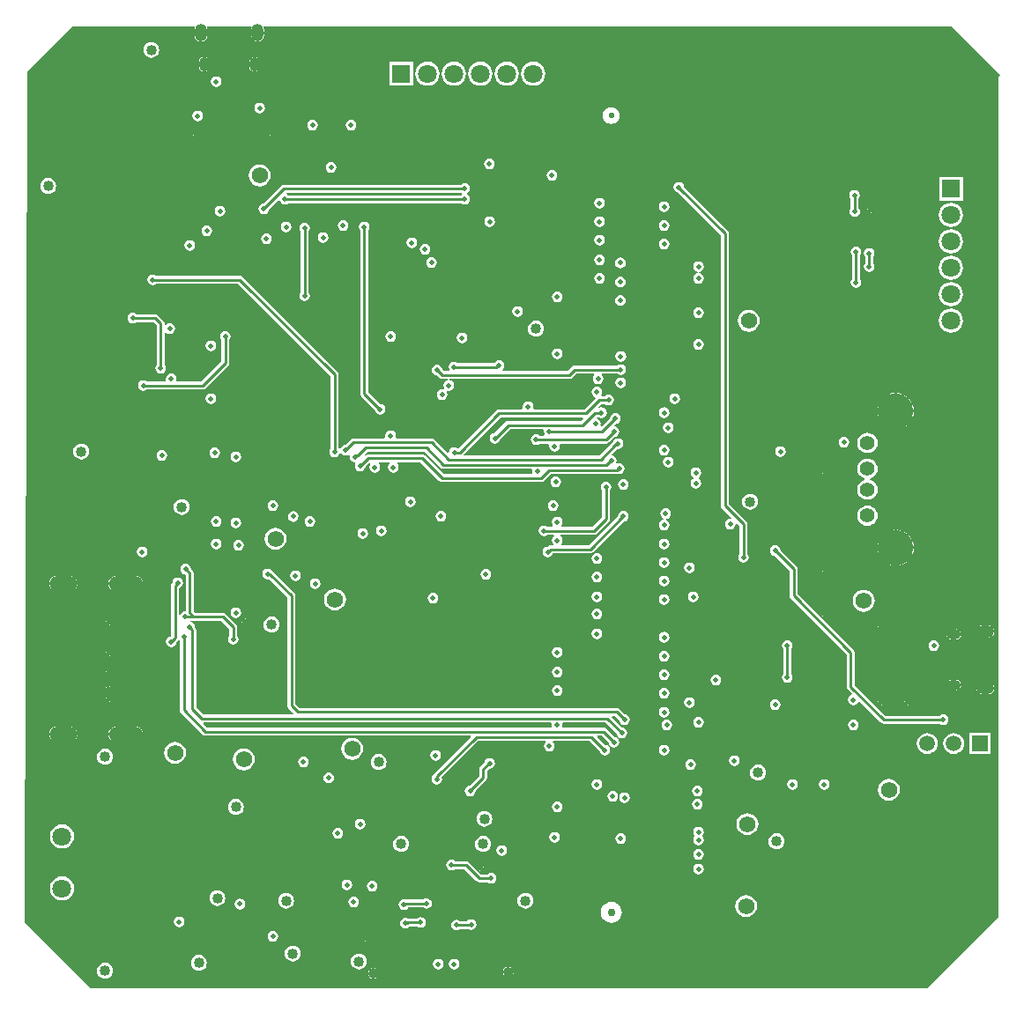
<source format=gbl>
G04*
G04 #@! TF.GenerationSoftware,Altium Limited,Altium Designer,20.0.11 (256)*
G04*
G04 Layer_Physical_Order=4*
G04 Layer_Color=16711680*
%FSLAX25Y25*%
%MOIN*%
G70*
G01*
G75*
%ADD16C,0.01000*%
%ADD68C,0.06181*%
%ADD129O,0.04724X0.06693*%
%ADD130O,0.03937X0.05512*%
%ADD131C,0.07087*%
%ADD132R,0.07087X0.07087*%
%ADD133C,0.02953*%
%ADD134C,0.02165*%
%ADD135C,0.05906*%
%ADD136R,0.05906X0.05906*%
%ADD137R,0.07087X0.07087*%
%ADD138O,0.06693X0.04724*%
%ADD139O,0.05512X0.03937*%
%ADD140C,0.05591*%
%ADD141C,0.13583*%
%ADD142O,0.10630X0.05906*%
%ADD143O,0.12992X0.05906*%
%ADD144C,0.02000*%
%ADD145C,0.04000*%
G36*
X373000Y350000D02*
X372500Y349500D01*
Y31000D01*
X372000D01*
X345500Y4500D01*
X29000D01*
X4000Y29500D01*
X5000Y351500D01*
X22000Y368500D01*
X68432D01*
X68667Y368059D01*
X68546Y367878D01*
X68363Y366957D01*
Y366472D01*
X70772D01*
X73180D01*
Y366957D01*
X72997Y367878D01*
X72876Y368059D01*
X73112Y368500D01*
X89888D01*
X90124Y368059D01*
X90003Y367878D01*
X89820Y366957D01*
Y366472D01*
X92228D01*
X94637D01*
Y366957D01*
X94454Y367878D01*
X94333Y368059D01*
X94569Y368500D01*
X354500D01*
X373000Y350000D01*
D02*
G37*
%LPC*%
G36*
X70272Y365472D02*
X68363D01*
Y364988D01*
X68546Y364067D01*
X69069Y363285D01*
X69850Y362763D01*
X70272Y362679D01*
Y365472D01*
D02*
G37*
G36*
X94637Y365472D02*
X92728D01*
Y362679D01*
X93150Y362763D01*
X93931Y363285D01*
X94454Y364067D01*
X94637Y364988D01*
Y365472D01*
D02*
G37*
G36*
X91728D02*
X89820D01*
Y364988D01*
X90003Y364067D01*
X90525Y363285D01*
X91307Y362763D01*
X91728Y362679D01*
Y365472D01*
D02*
G37*
G36*
X73180Y365472D02*
X71272D01*
Y362679D01*
X71693Y362763D01*
X72475Y363285D01*
X72997Y364067D01*
X73180Y364988D01*
Y365472D01*
D02*
G37*
G36*
X52000Y362526D02*
X51217Y362423D01*
X50487Y362121D01*
X49860Y361640D01*
X49380Y361013D01*
X49077Y360283D01*
X48974Y359500D01*
X49077Y358717D01*
X49380Y357987D01*
X49860Y357360D01*
X50487Y356879D01*
X51217Y356577D01*
X52000Y356474D01*
X52783Y356577D01*
X53513Y356879D01*
X54140Y357360D01*
X54620Y357987D01*
X54923Y358717D01*
X55026Y359500D01*
X54923Y360283D01*
X54620Y361013D01*
X54140Y361640D01*
X53513Y362121D01*
X52783Y362423D01*
X52000Y362526D01*
D02*
G37*
G36*
X91547Y356738D02*
Y354543D01*
X93054D01*
Y354831D01*
X92901Y355599D01*
X92466Y356250D01*
X91815Y356685D01*
X91547Y356738D01*
D02*
G37*
G36*
X72453D02*
Y354543D01*
X73960D01*
Y354831D01*
X73807Y355599D01*
X73372Y356250D01*
X72721Y356685D01*
X72453Y356738D01*
D02*
G37*
G36*
X90547Y356738D02*
X90279Y356685D01*
X89628Y356250D01*
X89193Y355599D01*
X89040Y354831D01*
Y354543D01*
X90547D01*
Y356738D01*
D02*
G37*
G36*
X71453D02*
X71185Y356685D01*
X70534Y356250D01*
X70099Y355599D01*
X69946Y354831D01*
Y354543D01*
X71453D01*
Y356738D01*
D02*
G37*
G36*
X93054Y353543D02*
X91547D01*
Y351348D01*
X91815Y351402D01*
X92466Y351837D01*
X92901Y352488D01*
X93054Y353256D01*
Y353543D01*
D02*
G37*
G36*
X73960D02*
X72453D01*
Y351348D01*
X72721Y351402D01*
X73372Y351837D01*
X73807Y352488D01*
X73960Y353256D01*
Y353543D01*
D02*
G37*
G36*
X90547D02*
X89040D01*
Y353256D01*
X89193Y352488D01*
X89628Y351837D01*
X90279Y351402D01*
X90547Y351348D01*
Y353543D01*
D02*
G37*
G36*
X71453D02*
X69946D01*
Y353256D01*
X70099Y352488D01*
X70534Y351837D01*
X71185Y351402D01*
X71453Y351348D01*
Y353543D01*
D02*
G37*
G36*
X151043Y355043D02*
X141957D01*
Y345957D01*
X151043D01*
Y355043D01*
D02*
G37*
G36*
X196500Y355083D02*
X195314Y354926D01*
X194209Y354469D01*
X193260Y353740D01*
X192531Y352791D01*
X192074Y351686D01*
X191918Y350500D01*
X192074Y349314D01*
X192531Y348209D01*
X193260Y347260D01*
X194209Y346531D01*
X195314Y346074D01*
X196500Y345918D01*
X197686Y346074D01*
X198791Y346531D01*
X199740Y347260D01*
X200469Y348209D01*
X200926Y349314D01*
X201082Y350500D01*
X200926Y351686D01*
X200469Y352791D01*
X199740Y353740D01*
X198791Y354469D01*
X197686Y354926D01*
X196500Y355083D01*
D02*
G37*
G36*
X186500D02*
X185314Y354926D01*
X184209Y354469D01*
X183260Y353740D01*
X182531Y352791D01*
X182074Y351686D01*
X181918Y350500D01*
X182074Y349314D01*
X182531Y348209D01*
X183260Y347260D01*
X184209Y346531D01*
X185314Y346074D01*
X186500Y345918D01*
X187686Y346074D01*
X188791Y346531D01*
X189740Y347260D01*
X190469Y348209D01*
X190926Y349314D01*
X191083Y350500D01*
X190926Y351686D01*
X190469Y352791D01*
X189740Y353740D01*
X188791Y354469D01*
X187686Y354926D01*
X186500Y355083D01*
D02*
G37*
G36*
X176500D02*
X175314Y354926D01*
X174209Y354469D01*
X173260Y353740D01*
X172531Y352791D01*
X172074Y351686D01*
X171917Y350500D01*
X172074Y349314D01*
X172531Y348209D01*
X173260Y347260D01*
X174209Y346531D01*
X175314Y346074D01*
X176500Y345918D01*
X177686Y346074D01*
X178791Y346531D01*
X179740Y347260D01*
X180469Y348209D01*
X180926Y349314D01*
X181082Y350500D01*
X180926Y351686D01*
X180469Y352791D01*
X179740Y353740D01*
X178791Y354469D01*
X177686Y354926D01*
X176500Y355083D01*
D02*
G37*
G36*
X166500D02*
X165314Y354926D01*
X164209Y354469D01*
X163260Y353740D01*
X162531Y352791D01*
X162074Y351686D01*
X161917Y350500D01*
X162074Y349314D01*
X162531Y348209D01*
X163260Y347260D01*
X164209Y346531D01*
X165314Y346074D01*
X166500Y345918D01*
X167686Y346074D01*
X168791Y346531D01*
X169740Y347260D01*
X170469Y348209D01*
X170926Y349314D01*
X171082Y350500D01*
X170926Y351686D01*
X170469Y352791D01*
X169740Y353740D01*
X168791Y354469D01*
X167686Y354926D01*
X166500Y355083D01*
D02*
G37*
G36*
X156500D02*
X155314Y354926D01*
X154209Y354469D01*
X153260Y353740D01*
X152531Y352791D01*
X152074Y351686D01*
X151918Y350500D01*
X152074Y349314D01*
X152531Y348209D01*
X153260Y347260D01*
X154209Y346531D01*
X155314Y346074D01*
X156500Y345918D01*
X157686Y346074D01*
X158791Y346531D01*
X159740Y347260D01*
X160469Y348209D01*
X160926Y349314D01*
X161082Y350500D01*
X160926Y351686D01*
X160469Y352791D01*
X159740Y353740D01*
X158791Y354469D01*
X157686Y354926D01*
X156500Y355083D01*
D02*
G37*
G36*
X76500Y349539D02*
X75720Y349384D01*
X75058Y348942D01*
X74616Y348280D01*
X74461Y347500D01*
X74616Y346720D01*
X75058Y346058D01*
X75720Y345616D01*
X76500Y345461D01*
X77280Y345616D01*
X77942Y346058D01*
X78384Y346720D01*
X78539Y347500D01*
X78384Y348280D01*
X77942Y348942D01*
X77280Y349384D01*
X76500Y349539D01*
D02*
G37*
G36*
X93000Y339539D02*
X92220Y339384D01*
X91558Y338942D01*
X91116Y338280D01*
X90961Y337500D01*
X91116Y336720D01*
X91558Y336058D01*
X92220Y335616D01*
X93000Y335461D01*
X93780Y335616D01*
X94442Y336058D01*
X94884Y336720D01*
X95039Y337500D01*
X94884Y338280D01*
X94442Y338942D01*
X93780Y339384D01*
X93000Y339539D01*
D02*
G37*
G36*
X69500Y336539D02*
X68720Y336384D01*
X68058Y335942D01*
X67616Y335280D01*
X67461Y334500D01*
X67616Y333720D01*
X68058Y333058D01*
X68720Y332616D01*
X69500Y332461D01*
X70280Y332616D01*
X70942Y333058D01*
X71384Y333720D01*
X71539Y334500D01*
X71384Y335280D01*
X70942Y335942D01*
X70280Y336384D01*
X69500Y336539D01*
D02*
G37*
G36*
X226008Y337834D02*
X225182Y337726D01*
X224412Y337407D01*
X223750Y336899D01*
X223243Y336238D01*
X222924Y335468D01*
X222815Y334642D01*
X222924Y333815D01*
X223243Y333045D01*
X223750Y332384D01*
X224412Y331877D01*
X225182Y331558D01*
X226008Y331449D01*
X226834Y331558D01*
X227604Y331877D01*
X228265Y332384D01*
X228773Y333045D01*
X229092Y333815D01*
X229201Y334642D01*
X229092Y335468D01*
X228773Y336238D01*
X228265Y336899D01*
X227604Y337407D01*
X226834Y337726D01*
X226008Y337834D01*
D02*
G37*
G36*
X127500Y333039D02*
X126720Y332884D01*
X126058Y332442D01*
X125616Y331780D01*
X125461Y331000D01*
X125616Y330220D01*
X126058Y329558D01*
X126720Y329116D01*
X127500Y328961D01*
X128280Y329116D01*
X128942Y329558D01*
X129384Y330220D01*
X129539Y331000D01*
X129384Y331780D01*
X128942Y332442D01*
X128280Y332884D01*
X127500Y333039D01*
D02*
G37*
G36*
X113000D02*
X112220Y332884D01*
X111558Y332442D01*
X111116Y331780D01*
X110961Y331000D01*
X111116Y330220D01*
X111558Y329558D01*
X112220Y329116D01*
X113000Y328961D01*
X113780Y329116D01*
X114442Y329558D01*
X114884Y330220D01*
X115039Y331000D01*
X114884Y331780D01*
X114442Y332442D01*
X113780Y332884D01*
X113000Y333039D01*
D02*
G37*
G36*
X98000Y328869D02*
Y328500D01*
X98369D01*
X98221Y328721D01*
X98000Y328869D01*
D02*
G37*
G36*
X97000D02*
X96779Y328721D01*
X96631Y328500D01*
X97000D01*
Y328869D01*
D02*
G37*
G36*
X69000D02*
Y328500D01*
X69369D01*
X69221Y328721D01*
X69000Y328869D01*
D02*
G37*
G36*
X68000D02*
X67779Y328721D01*
X67631Y328500D01*
X68000D01*
Y328869D01*
D02*
G37*
G36*
X98369Y327500D02*
X98000D01*
Y327131D01*
X98221Y327279D01*
X98369Y327500D01*
D02*
G37*
G36*
X97000D02*
X96631D01*
X96779Y327279D01*
X97000Y327131D01*
Y327500D01*
D02*
G37*
G36*
X69369D02*
X69000D01*
Y327131D01*
X69221Y327279D01*
X69369Y327500D01*
D02*
G37*
G36*
X68000D02*
X67631D01*
X67779Y327279D01*
X68000Y327131D01*
Y327500D01*
D02*
G37*
G36*
X179875Y318394D02*
X179095Y318238D01*
X178433Y317796D01*
X177991Y317135D01*
X177836Y316354D01*
X177991Y315574D01*
X178433Y314913D01*
X179095Y314470D01*
X179875Y314315D01*
X180655Y314470D01*
X181317Y314913D01*
X181759Y315574D01*
X181914Y316354D01*
X181759Y317135D01*
X181317Y317796D01*
X180655Y318238D01*
X179875Y318394D01*
D02*
G37*
G36*
X120000Y317039D02*
X119220Y316884D01*
X118558Y316442D01*
X118116Y315780D01*
X117961Y315000D01*
X118116Y314220D01*
X118558Y313558D01*
X119220Y313116D01*
X120000Y312961D01*
X120780Y313116D01*
X121442Y313558D01*
X121884Y314220D01*
X122039Y315000D01*
X121884Y315780D01*
X121442Y316442D01*
X120780Y316884D01*
X120000Y317039D01*
D02*
G37*
G36*
X203500Y314039D02*
X202720Y313884D01*
X202058Y313442D01*
X201616Y312780D01*
X201461Y312000D01*
X201616Y311220D01*
X202058Y310558D01*
X202720Y310116D01*
X203500Y309961D01*
X204280Y310116D01*
X204942Y310558D01*
X205384Y311220D01*
X205539Y312000D01*
X205384Y312780D01*
X204942Y313442D01*
X204280Y313884D01*
X203500Y314039D01*
D02*
G37*
G36*
X93000Y316126D02*
X91932Y315985D01*
X90937Y315573D01*
X90083Y314917D01*
X89427Y314063D01*
X89015Y313068D01*
X88874Y312000D01*
X89015Y310932D01*
X89427Y309937D01*
X90083Y309083D01*
X90937Y308427D01*
X91932Y308015D01*
X93000Y307874D01*
X94068Y308015D01*
X95063Y308427D01*
X95917Y309083D01*
X96573Y309937D01*
X96985Y310932D01*
X97126Y312000D01*
X96985Y313068D01*
X96573Y314063D01*
X95917Y314917D01*
X95063Y315573D01*
X94068Y315985D01*
X93000Y316126D01*
D02*
G37*
G36*
X13000Y311026D02*
X12217Y310923D01*
X11487Y310620D01*
X10860Y310140D01*
X10379Y309513D01*
X10077Y308783D01*
X9974Y308000D01*
X10077Y307217D01*
X10379Y306487D01*
X10860Y305860D01*
X11487Y305380D01*
X12217Y305077D01*
X13000Y304974D01*
X13783Y305077D01*
X14513Y305380D01*
X15140Y305860D01*
X15620Y306487D01*
X15923Y307217D01*
X16026Y308000D01*
X15923Y308783D01*
X15620Y309513D01*
X15140Y310140D01*
X14513Y310620D01*
X13783Y310923D01*
X13000Y311026D01*
D02*
G37*
G36*
X359043Y311543D02*
X349957D01*
Y302457D01*
X359043D01*
Y311543D01*
D02*
G37*
G36*
X170500Y309039D02*
X169720Y308884D01*
X169189Y308529D01*
X102218D01*
X101633Y308413D01*
X101136Y308081D01*
X94398Y301343D01*
X93772Y301218D01*
X93110Y300776D01*
X92668Y300115D01*
X92513Y299334D01*
X92668Y298554D01*
X93110Y297892D01*
X93772Y297450D01*
X94552Y297295D01*
X95333Y297450D01*
X95994Y297892D01*
X96436Y298554D01*
X96561Y299180D01*
X100022Y302642D01*
X100565Y302477D01*
X100616Y302220D01*
X101058Y301558D01*
X101720Y301116D01*
X102500Y300961D01*
X103280Y301116D01*
X103811Y301471D01*
X169189D01*
X169720Y301116D01*
X170500Y300961D01*
X171280Y301116D01*
X171942Y301558D01*
X172384Y302220D01*
X172539Y303000D01*
X172384Y303780D01*
X171942Y304442D01*
X171556Y304700D01*
Y305300D01*
X171942Y305558D01*
X172384Y306220D01*
X172539Y307000D01*
X172384Y307780D01*
X171942Y308442D01*
X171280Y308884D01*
X170500Y309039D01*
D02*
G37*
G36*
X221500Y303539D02*
X220720Y303384D01*
X220058Y302942D01*
X219616Y302280D01*
X219461Y301500D01*
X219616Y300720D01*
X220058Y300058D01*
X220720Y299616D01*
X221500Y299461D01*
X222280Y299616D01*
X222942Y300058D01*
X223384Y300720D01*
X223539Y301500D01*
X223384Y302280D01*
X222942Y302942D01*
X222280Y303384D01*
X221500Y303539D01*
D02*
G37*
G36*
X324000Y299369D02*
Y299000D01*
X324369D01*
X324221Y299221D01*
X324000Y299369D01*
D02*
G37*
G36*
X323000D02*
X322779Y299221D01*
X322631Y299000D01*
X323000D01*
Y299369D01*
D02*
G37*
G36*
X246000Y302193D02*
X245220Y302038D01*
X244558Y301596D01*
X244116Y300935D01*
X243961Y300154D01*
X244116Y299374D01*
X244558Y298712D01*
X245220Y298270D01*
X246000Y298115D01*
X246780Y298270D01*
X247442Y298712D01*
X247884Y299374D01*
X248039Y300154D01*
X247884Y300935D01*
X247442Y301596D01*
X246780Y302038D01*
X246000Y302193D01*
D02*
G37*
G36*
X324369Y298000D02*
X324000D01*
Y297631D01*
X324221Y297779D01*
X324369Y298000D01*
D02*
G37*
G36*
X323000D02*
X322631D01*
X322779Y297779D01*
X323000Y297631D01*
Y298000D01*
D02*
G37*
G36*
X78000Y300539D02*
X77220Y300384D01*
X76558Y299942D01*
X76116Y299280D01*
X75961Y298500D01*
X76116Y297720D01*
X76558Y297058D01*
X77220Y296616D01*
X78000Y296461D01*
X78780Y296616D01*
X79442Y297058D01*
X79884Y297720D01*
X80039Y298500D01*
X79884Y299280D01*
X79442Y299942D01*
X78780Y300384D01*
X78000Y300539D01*
D02*
G37*
G36*
X318000Y306539D02*
X317220Y306384D01*
X316558Y305942D01*
X316116Y305280D01*
X315961Y304500D01*
X316116Y303720D01*
X316471Y303189D01*
Y299499D01*
X316241Y299155D01*
X316086Y298375D01*
X316241Y297595D01*
X316683Y296933D01*
X317345Y296491D01*
X318125Y296336D01*
X318905Y296491D01*
X319567Y296933D01*
X320009Y297595D01*
X320164Y298375D01*
X320009Y299155D01*
X319567Y299817D01*
X319529Y299842D01*
Y303189D01*
X319884Y303720D01*
X320039Y304500D01*
X319884Y305280D01*
X319442Y305942D01*
X318780Y306384D01*
X318000Y306539D01*
D02*
G37*
G36*
X221500Y296539D02*
X220720Y296384D01*
X220058Y295942D01*
X219616Y295280D01*
X219461Y294500D01*
X219616Y293720D01*
X220058Y293058D01*
X220720Y292616D01*
X221500Y292461D01*
X222280Y292616D01*
X222942Y293058D01*
X223384Y293720D01*
X223539Y294500D01*
X223384Y295280D01*
X222942Y295942D01*
X222280Y296384D01*
X221500Y296539D01*
D02*
G37*
G36*
X180000D02*
X179220Y296384D01*
X178558Y295942D01*
X178116Y295280D01*
X177961Y294500D01*
X178116Y293720D01*
X178558Y293058D01*
X179220Y292616D01*
X180000Y292461D01*
X180780Y292616D01*
X181442Y293058D01*
X181884Y293720D01*
X182039Y294500D01*
X181884Y295280D01*
X181442Y295942D01*
X180780Y296384D01*
X180000Y296539D01*
D02*
G37*
G36*
X354500Y301583D02*
X353314Y301426D01*
X352209Y300969D01*
X351260Y300240D01*
X350531Y299291D01*
X350074Y298186D01*
X349918Y297000D01*
X350074Y295814D01*
X350531Y294709D01*
X351260Y293760D01*
X352209Y293031D01*
X353314Y292574D01*
X354500Y292418D01*
X355686Y292574D01*
X356791Y293031D01*
X357740Y293760D01*
X358469Y294709D01*
X358926Y295814D01*
X359083Y297000D01*
X358926Y298186D01*
X358469Y299291D01*
X357740Y300240D01*
X356791Y300969D01*
X355686Y301426D01*
X354500Y301583D01*
D02*
G37*
G36*
X246000Y295116D02*
X245220Y294961D01*
X244558Y294519D01*
X244116Y293858D01*
X243961Y293077D01*
X244116Y292297D01*
X244558Y291635D01*
X245220Y291193D01*
X246000Y291038D01*
X246780Y291193D01*
X247442Y291635D01*
X247884Y292297D01*
X248039Y293077D01*
X247884Y293858D01*
X247442Y294519D01*
X246780Y294961D01*
X246000Y295116D01*
D02*
G37*
G36*
X124500Y295039D02*
X123720Y294884D01*
X123058Y294442D01*
X122616Y293780D01*
X122461Y293000D01*
X122616Y292220D01*
X123058Y291558D01*
X123720Y291116D01*
X124500Y290961D01*
X125280Y291116D01*
X125942Y291558D01*
X126384Y292220D01*
X126539Y293000D01*
X126384Y293780D01*
X125942Y294442D01*
X125280Y294884D01*
X124500Y295039D01*
D02*
G37*
G36*
X103000Y294539D02*
X102220Y294384D01*
X101558Y293942D01*
X101116Y293280D01*
X100961Y292500D01*
X101116Y291720D01*
X101558Y291058D01*
X102220Y290616D01*
X103000Y290461D01*
X103780Y290616D01*
X104442Y291058D01*
X104884Y291720D01*
X105039Y292500D01*
X104884Y293280D01*
X104442Y293942D01*
X103780Y294384D01*
X103000Y294539D01*
D02*
G37*
G36*
X73000Y293039D02*
X72220Y292884D01*
X71558Y292442D01*
X71116Y291780D01*
X70961Y291000D01*
X71116Y290220D01*
X71558Y289558D01*
X72220Y289116D01*
X73000Y288961D01*
X73780Y289116D01*
X74442Y289558D01*
X74884Y290220D01*
X75039Y291000D01*
X74884Y291780D01*
X74442Y292442D01*
X73780Y292884D01*
X73000Y293039D01*
D02*
G37*
G36*
X117000Y290539D02*
X116220Y290384D01*
X115558Y289942D01*
X115116Y289280D01*
X114961Y288500D01*
X115116Y287720D01*
X115558Y287058D01*
X116220Y286616D01*
X117000Y286461D01*
X117780Y286616D01*
X118442Y287058D01*
X118884Y287720D01*
X119039Y288500D01*
X118884Y289280D01*
X118442Y289942D01*
X117780Y290384D01*
X117000Y290539D01*
D02*
G37*
G36*
X95500Y290039D02*
X94720Y289884D01*
X94058Y289442D01*
X93616Y288780D01*
X93461Y288000D01*
X93616Y287220D01*
X94058Y286558D01*
X94720Y286116D01*
X95500Y285961D01*
X96280Y286116D01*
X96942Y286558D01*
X97384Y287220D01*
X97539Y288000D01*
X97384Y288780D01*
X96942Y289442D01*
X96280Y289884D01*
X95500Y290039D01*
D02*
G37*
G36*
X221500Y289539D02*
X220720Y289384D01*
X220058Y288942D01*
X219616Y288280D01*
X219461Y287500D01*
X219616Y286720D01*
X220058Y286058D01*
X220720Y285616D01*
X221500Y285461D01*
X222280Y285616D01*
X222942Y286058D01*
X223384Y286720D01*
X223539Y287500D01*
X223384Y288280D01*
X222942Y288942D01*
X222280Y289384D01*
X221500Y289539D01*
D02*
G37*
G36*
X150500Y288539D02*
X149720Y288384D01*
X149058Y287942D01*
X148616Y287280D01*
X148461Y286500D01*
X148616Y285720D01*
X149058Y285058D01*
X149720Y284616D01*
X150500Y284461D01*
X151280Y284616D01*
X151942Y285058D01*
X152384Y285720D01*
X152539Y286500D01*
X152384Y287280D01*
X151942Y287942D01*
X151280Y288384D01*
X150500Y288539D01*
D02*
G37*
G36*
X246000Y288039D02*
X245220Y287884D01*
X244558Y287442D01*
X244116Y286780D01*
X243961Y286000D01*
X244116Y285220D01*
X244558Y284558D01*
X245220Y284116D01*
X246000Y283961D01*
X246780Y284116D01*
X247442Y284558D01*
X247884Y285220D01*
X248039Y286000D01*
X247884Y286780D01*
X247442Y287442D01*
X246780Y287884D01*
X246000Y288039D01*
D02*
G37*
G36*
X66500Y287539D02*
X65720Y287384D01*
X65058Y286942D01*
X64616Y286280D01*
X64461Y285500D01*
X64616Y284720D01*
X65058Y284058D01*
X65720Y283616D01*
X66500Y283461D01*
X67280Y283616D01*
X67942Y284058D01*
X68384Y284720D01*
X68539Y285500D01*
X68384Y286280D01*
X67942Y286942D01*
X67280Y287384D01*
X66500Y287539D01*
D02*
G37*
G36*
X354500Y291582D02*
X353314Y291426D01*
X352209Y290969D01*
X351260Y290240D01*
X350531Y289291D01*
X350074Y288186D01*
X349918Y287000D01*
X350074Y285814D01*
X350531Y284709D01*
X351260Y283760D01*
X352209Y283031D01*
X353314Y282574D01*
X354500Y282417D01*
X355686Y282574D01*
X356791Y283031D01*
X357740Y283760D01*
X358469Y284709D01*
X358926Y285814D01*
X359083Y287000D01*
X358926Y288186D01*
X358469Y289291D01*
X357740Y290240D01*
X356791Y290969D01*
X355686Y291426D01*
X354500Y291582D01*
D02*
G37*
G36*
X155500Y286039D02*
X154720Y285884D01*
X154058Y285442D01*
X153616Y284780D01*
X153461Y284000D01*
X153616Y283220D01*
X154058Y282558D01*
X154720Y282116D01*
X155500Y281961D01*
X156280Y282116D01*
X156942Y282558D01*
X157384Y283220D01*
X157539Y284000D01*
X157384Y284780D01*
X156942Y285442D01*
X156280Y285884D01*
X155500Y286039D01*
D02*
G37*
G36*
X221500Y282039D02*
X220720Y281884D01*
X220058Y281442D01*
X219616Y280780D01*
X219461Y280000D01*
X219616Y279220D01*
X220058Y278558D01*
X220720Y278116D01*
X221500Y277961D01*
X222280Y278116D01*
X222942Y278558D01*
X223384Y279220D01*
X223539Y280000D01*
X223384Y280780D01*
X222942Y281442D01*
X222280Y281884D01*
X221500Y282039D01*
D02*
G37*
G36*
X158000Y281039D02*
X157220Y280884D01*
X156558Y280442D01*
X156116Y279780D01*
X155961Y279000D01*
X156116Y278220D01*
X156558Y277558D01*
X157220Y277116D01*
X158000Y276961D01*
X158780Y277116D01*
X159442Y277558D01*
X159884Y278220D01*
X160039Y279000D01*
X159884Y279780D01*
X159442Y280442D01*
X158780Y280884D01*
X158000Y281039D01*
D02*
G37*
G36*
X229433Y280939D02*
X228653Y280784D01*
X227992Y280342D01*
X227549Y279680D01*
X227394Y278900D01*
X227549Y278120D01*
X227992Y277458D01*
X228653Y277016D01*
X229433Y276861D01*
X230214Y277016D01*
X230875Y277458D01*
X231317Y278120D01*
X231473Y278900D01*
X231317Y279680D01*
X230875Y280342D01*
X230214Y280784D01*
X229433Y280939D01*
D02*
G37*
G36*
X323500Y284539D02*
X322720Y284384D01*
X322058Y283942D01*
X321616Y283280D01*
X321461Y282500D01*
X321616Y281720D01*
X321971Y281189D01*
Y278811D01*
X321616Y278280D01*
X321461Y277500D01*
X321616Y276720D01*
X322058Y276058D01*
X322720Y275616D01*
X323500Y275461D01*
X324280Y275616D01*
X324942Y276058D01*
X325384Y276720D01*
X325539Y277500D01*
X325384Y278280D01*
X325029Y278811D01*
Y281189D01*
X325384Y281720D01*
X325539Y282500D01*
X325384Y283280D01*
X324942Y283942D01*
X324280Y284384D01*
X323500Y284539D01*
D02*
G37*
G36*
X354500Y281582D02*
X353314Y281426D01*
X352209Y280969D01*
X351260Y280240D01*
X350531Y279291D01*
X350074Y278186D01*
X349918Y277000D01*
X350074Y275814D01*
X350531Y274709D01*
X351260Y273760D01*
X352209Y273031D01*
X353314Y272574D01*
X354500Y272417D01*
X355686Y272574D01*
X356791Y273031D01*
X357740Y273760D01*
X358469Y274709D01*
X358926Y275814D01*
X359083Y277000D01*
X358926Y278186D01*
X358469Y279291D01*
X357740Y280240D01*
X356791Y280969D01*
X355686Y281426D01*
X354500Y281582D01*
D02*
G37*
G36*
X259000Y279539D02*
X258220Y279384D01*
X257558Y278942D01*
X257116Y278280D01*
X256961Y277500D01*
X257116Y276720D01*
X257558Y276058D01*
X258220Y275616D01*
X258726Y275515D01*
X258778Y275505D01*
Y274995D01*
X258726Y274985D01*
X258220Y274884D01*
X257558Y274442D01*
X257116Y273780D01*
X256961Y273000D01*
X257116Y272220D01*
X257558Y271558D01*
X258220Y271116D01*
X259000Y270961D01*
X259780Y271116D01*
X260442Y271558D01*
X260884Y272220D01*
X261039Y273000D01*
X260884Y273780D01*
X260442Y274442D01*
X259780Y274884D01*
X259274Y274985D01*
X259222Y274995D01*
Y275505D01*
X259274Y275515D01*
X259780Y275616D01*
X260442Y276058D01*
X260884Y276720D01*
X261039Y277500D01*
X260884Y278280D01*
X260442Y278942D01*
X259780Y279384D01*
X259000Y279539D01*
D02*
G37*
G36*
X221500Y275039D02*
X220720Y274884D01*
X220058Y274442D01*
X219616Y273780D01*
X219461Y273000D01*
X219616Y272220D01*
X220058Y271558D01*
X220720Y271116D01*
X221500Y270961D01*
X222280Y271116D01*
X222942Y271558D01*
X223384Y272220D01*
X223539Y273000D01*
X223384Y273780D01*
X222942Y274442D01*
X222280Y274884D01*
X221500Y275039D01*
D02*
G37*
G36*
X229433Y273799D02*
X228653Y273644D01*
X227992Y273202D01*
X227549Y272540D01*
X227394Y271760D01*
X227549Y270979D01*
X227992Y270318D01*
X228653Y269876D01*
X229433Y269721D01*
X230214Y269876D01*
X230875Y270318D01*
X231317Y270979D01*
X231473Y271760D01*
X231317Y272540D01*
X230875Y273202D01*
X230214Y273644D01*
X229433Y273799D01*
D02*
G37*
G36*
X318500Y285039D02*
X317720Y284884D01*
X317058Y284442D01*
X316616Y283780D01*
X316461Y283000D01*
X316616Y282220D01*
X316971Y281689D01*
Y272811D01*
X316616Y272280D01*
X316461Y271500D01*
X316616Y270720D01*
X317058Y270058D01*
X317720Y269616D01*
X318500Y269461D01*
X319280Y269616D01*
X319942Y270058D01*
X320384Y270720D01*
X320539Y271500D01*
X320384Y272280D01*
X320029Y272811D01*
Y281689D01*
X320384Y282220D01*
X320539Y283000D01*
X320384Y283780D01*
X319942Y284442D01*
X319280Y284884D01*
X318500Y285039D01*
D02*
G37*
G36*
X110000Y294039D02*
X109220Y293884D01*
X108558Y293442D01*
X108116Y292780D01*
X107961Y292000D01*
X108116Y291220D01*
X108471Y290689D01*
Y267811D01*
X108116Y267280D01*
X107961Y266500D01*
X108116Y265720D01*
X108558Y265058D01*
X109220Y264616D01*
X110000Y264461D01*
X110780Y264616D01*
X111442Y265058D01*
X111884Y265720D01*
X112039Y266500D01*
X111884Y267280D01*
X111529Y267811D01*
Y290689D01*
X111884Y291220D01*
X112039Y292000D01*
X111884Y292780D01*
X111442Y293442D01*
X110780Y293884D01*
X110000Y294039D01*
D02*
G37*
G36*
X205500Y268039D02*
X204720Y267884D01*
X204058Y267442D01*
X203616Y266780D01*
X203461Y266000D01*
X203616Y265220D01*
X204058Y264558D01*
X204720Y264116D01*
X205500Y263961D01*
X206280Y264116D01*
X206942Y264558D01*
X207384Y265220D01*
X207539Y266000D01*
X207384Y266780D01*
X206942Y267442D01*
X206280Y267884D01*
X205500Y268039D01*
D02*
G37*
G36*
X229433Y266790D02*
X228653Y266635D01*
X227992Y266193D01*
X227549Y265531D01*
X227394Y264751D01*
X227549Y263971D01*
X227992Y263309D01*
X228653Y262867D01*
X229433Y262712D01*
X230214Y262867D01*
X230875Y263309D01*
X231317Y263971D01*
X231473Y264751D01*
X231317Y265531D01*
X230875Y266193D01*
X230214Y266635D01*
X229433Y266790D01*
D02*
G37*
G36*
X354500Y271583D02*
X353314Y271426D01*
X352209Y270969D01*
X351260Y270240D01*
X350531Y269291D01*
X350074Y268186D01*
X349918Y267000D01*
X350074Y265814D01*
X350531Y264709D01*
X351260Y263760D01*
X352209Y263031D01*
X353314Y262574D01*
X354500Y262418D01*
X355686Y262574D01*
X356791Y263031D01*
X357740Y263760D01*
X358469Y264709D01*
X358926Y265814D01*
X359083Y267000D01*
X358926Y268186D01*
X358469Y269291D01*
X357740Y270240D01*
X356791Y270969D01*
X355686Y271426D01*
X354500Y271583D01*
D02*
G37*
G36*
X190500Y262539D02*
X189720Y262384D01*
X189058Y261942D01*
X188616Y261280D01*
X188461Y260500D01*
X188616Y259720D01*
X189058Y259058D01*
X189720Y258616D01*
X190500Y258461D01*
X191280Y258616D01*
X191942Y259058D01*
X192384Y259720D01*
X192539Y260500D01*
X192384Y261280D01*
X191942Y261942D01*
X191280Y262384D01*
X190500Y262539D01*
D02*
G37*
G36*
X259000Y262039D02*
X258220Y261884D01*
X257558Y261442D01*
X257116Y260780D01*
X256961Y260000D01*
X257116Y259220D01*
X257558Y258558D01*
X258220Y258116D01*
X259000Y257961D01*
X259780Y258116D01*
X260442Y258558D01*
X260884Y259220D01*
X261039Y260000D01*
X260884Y260780D01*
X260442Y261442D01*
X259780Y261884D01*
X259000Y262039D01*
D02*
G37*
G36*
X278000Y261126D02*
X276932Y260985D01*
X275937Y260573D01*
X275083Y259917D01*
X274427Y259063D01*
X274015Y258068D01*
X273874Y257000D01*
X274015Y255932D01*
X274427Y254937D01*
X275083Y254083D01*
X275937Y253427D01*
X276932Y253015D01*
X278000Y252874D01*
X279068Y253015D01*
X280063Y253427D01*
X280917Y254083D01*
X281573Y254937D01*
X281985Y255932D01*
X282126Y257000D01*
X281985Y258068D01*
X281573Y259063D01*
X280917Y259917D01*
X280063Y260573D01*
X279068Y260985D01*
X278000Y261126D01*
D02*
G37*
G36*
X354500Y261582D02*
X353314Y261426D01*
X352209Y260969D01*
X351260Y260240D01*
X350531Y259291D01*
X350074Y258186D01*
X349918Y257000D01*
X350074Y255814D01*
X350531Y254709D01*
X351260Y253760D01*
X352209Y253031D01*
X353314Y252574D01*
X354500Y252417D01*
X355686Y252574D01*
X356791Y253031D01*
X357740Y253760D01*
X358469Y254709D01*
X358926Y255814D01*
X359083Y257000D01*
X358926Y258186D01*
X358469Y259291D01*
X357740Y260240D01*
X356791Y260969D01*
X355686Y261426D01*
X354500Y261582D01*
D02*
G37*
G36*
X45000Y260039D02*
X44220Y259884D01*
X43558Y259442D01*
X43116Y258780D01*
X42961Y258000D01*
X43116Y257220D01*
X43558Y256558D01*
X44220Y256116D01*
X45000Y255961D01*
X45780Y256116D01*
X46311Y256471D01*
X52867D01*
X53971Y255366D01*
Y240311D01*
X53616Y239780D01*
X53461Y239000D01*
X53616Y238220D01*
X54058Y237558D01*
X54720Y237116D01*
X55500Y236961D01*
X56280Y237116D01*
X56942Y237558D01*
X57384Y238220D01*
X57539Y239000D01*
X57384Y239780D01*
X57029Y240311D01*
Y252449D01*
X57529Y252601D01*
X57558Y252558D01*
X58220Y252116D01*
X59000Y251961D01*
X59780Y252116D01*
X60442Y252558D01*
X60884Y253220D01*
X61039Y254000D01*
X60884Y254780D01*
X60442Y255442D01*
X59780Y255884D01*
X59000Y256039D01*
X58220Y255884D01*
X57558Y255442D01*
X57529Y255399D01*
X57029Y255551D01*
Y256000D01*
X56913Y256585D01*
X56581Y257081D01*
X54581Y259081D01*
X54085Y259413D01*
X53500Y259529D01*
X46311D01*
X45780Y259884D01*
X45000Y260039D01*
D02*
G37*
G36*
X197500Y257026D02*
X196717Y256923D01*
X195987Y256621D01*
X195360Y256140D01*
X194879Y255513D01*
X194577Y254783D01*
X194474Y254000D01*
X194577Y253217D01*
X194879Y252487D01*
X195360Y251860D01*
X195987Y251379D01*
X196717Y251077D01*
X197500Y250974D01*
X198283Y251077D01*
X199013Y251379D01*
X199640Y251860D01*
X200120Y252487D01*
X200423Y253217D01*
X200526Y254000D01*
X200423Y254783D01*
X200120Y255513D01*
X199640Y256140D01*
X199013Y256621D01*
X198283Y256923D01*
X197500Y257026D01*
D02*
G37*
G36*
X142500Y253039D02*
X141720Y252884D01*
X141058Y252442D01*
X140616Y251780D01*
X140461Y251000D01*
X140616Y250220D01*
X141058Y249558D01*
X141720Y249116D01*
X142500Y248961D01*
X143280Y249116D01*
X143942Y249558D01*
X144384Y250220D01*
X144539Y251000D01*
X144384Y251780D01*
X143942Y252442D01*
X143280Y252884D01*
X142500Y253039D01*
D02*
G37*
G36*
X169500Y252539D02*
X168720Y252384D01*
X168058Y251942D01*
X167616Y251280D01*
X167461Y250500D01*
X167616Y249720D01*
X168058Y249058D01*
X168720Y248616D01*
X169500Y248461D01*
X170280Y248616D01*
X170942Y249058D01*
X171384Y249720D01*
X171539Y250500D01*
X171384Y251280D01*
X170942Y251942D01*
X170280Y252384D01*
X169500Y252539D01*
D02*
G37*
G36*
X259000Y250039D02*
X258220Y249884D01*
X257558Y249442D01*
X257116Y248780D01*
X256961Y248000D01*
X257116Y247220D01*
X257558Y246558D01*
X258220Y246116D01*
X259000Y245961D01*
X259780Y246116D01*
X260442Y246558D01*
X260884Y247220D01*
X261039Y248000D01*
X260884Y248780D01*
X260442Y249442D01*
X259780Y249884D01*
X259000Y250039D01*
D02*
G37*
G36*
X74500Y249539D02*
X73720Y249384D01*
X73058Y248942D01*
X72616Y248280D01*
X72461Y247500D01*
X72616Y246720D01*
X73058Y246058D01*
X73720Y245616D01*
X74500Y245461D01*
X75280Y245616D01*
X75942Y246058D01*
X76384Y246720D01*
X76539Y247500D01*
X76384Y248280D01*
X75942Y248942D01*
X75280Y249384D01*
X74500Y249539D01*
D02*
G37*
G36*
X205500Y246539D02*
X204720Y246384D01*
X204058Y245942D01*
X203616Y245280D01*
X203461Y244500D01*
X203616Y243720D01*
X204058Y243058D01*
X204720Y242616D01*
X205500Y242461D01*
X206280Y242616D01*
X206942Y243058D01*
X207384Y243720D01*
X207539Y244500D01*
X207384Y245280D01*
X206942Y245942D01*
X206280Y246384D01*
X205500Y246539D01*
D02*
G37*
G36*
X229588Y245535D02*
X228808Y245379D01*
X228146Y244937D01*
X227704Y244276D01*
X227549Y243495D01*
X227704Y242715D01*
X228146Y242054D01*
X228808Y241612D01*
X229588Y241456D01*
X230368Y241612D01*
X231030Y242054D01*
X231472Y242715D01*
X231627Y243495D01*
X231472Y244276D01*
X231030Y244937D01*
X230368Y245379D01*
X229588Y245535D01*
D02*
G37*
G36*
X183500Y242039D02*
X182720Y241884D01*
X182058Y241442D01*
X181782Y241029D01*
X167811D01*
X167280Y241384D01*
X166500Y241539D01*
X165720Y241384D01*
X165058Y240942D01*
X164616Y240280D01*
X164461Y239500D01*
X164616Y238720D01*
X164743Y238529D01*
X164476Y238029D01*
X162769D01*
X162110Y238688D01*
X162019Y239145D01*
X161577Y239807D01*
X160916Y240249D01*
X160135Y240404D01*
X159355Y240249D01*
X158693Y239807D01*
X158251Y239145D01*
X158096Y238365D01*
X158251Y237584D01*
X158693Y236923D01*
X159355Y236481D01*
X160135Y236326D01*
X160145Y236327D01*
X161054Y235419D01*
X161550Y235087D01*
X162135Y234971D01*
X164106D01*
X164155Y234471D01*
X163720Y234384D01*
X163058Y233942D01*
X162616Y233280D01*
X162461Y232500D01*
X162616Y231720D01*
X162842Y231382D01*
X162541Y230931D01*
X162000Y231039D01*
X161220Y230884D01*
X160558Y230442D01*
X160116Y229780D01*
X159961Y229000D01*
X160116Y228220D01*
X160558Y227558D01*
X161220Y227116D01*
X162000Y226961D01*
X162780Y227116D01*
X163442Y227558D01*
X163884Y228220D01*
X164039Y229000D01*
X163884Y229780D01*
X163658Y230118D01*
X163959Y230569D01*
X164500Y230461D01*
X165280Y230616D01*
X165942Y231058D01*
X166384Y231720D01*
X166539Y232500D01*
X166384Y233280D01*
X165942Y233942D01*
X165280Y234384D01*
X164845Y234471D01*
X164894Y234971D01*
X210159D01*
X210744Y235087D01*
X211240Y235419D01*
X212792Y236971D01*
X219449D01*
X219601Y236471D01*
X219558Y236442D01*
X219116Y235780D01*
X218961Y235000D01*
X219116Y234220D01*
X219558Y233558D01*
X220220Y233116D01*
X221000Y232961D01*
X221780Y233116D01*
X222442Y233558D01*
X222884Y234220D01*
X223039Y235000D01*
X222884Y235780D01*
X222442Y236442D01*
X222399Y236471D01*
X222551Y236971D01*
X228189D01*
X228720Y236616D01*
X229500Y236461D01*
X230280Y236616D01*
X230942Y237058D01*
X231384Y237720D01*
X231539Y238500D01*
X231384Y239280D01*
X230942Y239942D01*
X230280Y240384D01*
X229500Y240539D01*
X228720Y240384D01*
X228189Y240029D01*
X212159D01*
X211574Y239913D01*
X211077Y239581D01*
X209525Y238029D01*
X185051D01*
X184899Y238529D01*
X184942Y238558D01*
X185384Y239220D01*
X185539Y240000D01*
X185384Y240780D01*
X184942Y241442D01*
X184280Y241884D01*
X183500Y242039D01*
D02*
G37*
G36*
X80000Y253039D02*
X79220Y252884D01*
X78558Y252442D01*
X78116Y251780D01*
X77961Y251000D01*
X78116Y250220D01*
X78471Y249689D01*
Y241634D01*
X70867Y234029D01*
X61812D01*
X61446Y234529D01*
X61539Y235000D01*
X61384Y235780D01*
X60942Y236442D01*
X60280Y236884D01*
X59500Y237039D01*
X58720Y236884D01*
X58058Y236442D01*
X57616Y235780D01*
X57461Y235000D01*
X57554Y234529D01*
X57188Y234029D01*
X50311D01*
X49780Y234384D01*
X49000Y234539D01*
X48220Y234384D01*
X47558Y233942D01*
X47116Y233280D01*
X46961Y232500D01*
X47116Y231720D01*
X47558Y231058D01*
X48220Y230616D01*
X49000Y230461D01*
X49780Y230616D01*
X50311Y230971D01*
X71500D01*
X72085Y231087D01*
X72581Y231419D01*
X81081Y239919D01*
X81413Y240415D01*
X81529Y241000D01*
Y249689D01*
X81884Y250220D01*
X82039Y251000D01*
X81884Y251780D01*
X81442Y252442D01*
X80780Y252884D01*
X80000Y253039D01*
D02*
G37*
G36*
X229500Y235539D02*
X228720Y235384D01*
X228058Y234942D01*
X227616Y234280D01*
X227461Y233500D01*
X227616Y232720D01*
X228058Y232058D01*
X228720Y231616D01*
X229500Y231461D01*
X230280Y231616D01*
X230942Y232058D01*
X231384Y232720D01*
X231539Y233500D01*
X231384Y234280D01*
X230942Y234942D01*
X230280Y235384D01*
X229500Y235539D01*
D02*
G37*
G36*
X250000Y229539D02*
X249220Y229384D01*
X248558Y228942D01*
X248116Y228280D01*
X247961Y227500D01*
X248116Y226720D01*
X248558Y226058D01*
X249220Y225616D01*
X250000Y225461D01*
X250780Y225616D01*
X251442Y226058D01*
X251884Y226720D01*
X252039Y227500D01*
X251884Y228280D01*
X251442Y228942D01*
X250780Y229384D01*
X250000Y229539D01*
D02*
G37*
G36*
X74500D02*
X73720Y229384D01*
X73058Y228942D01*
X72616Y228280D01*
X72461Y227500D01*
X72616Y226720D01*
X73058Y226058D01*
X73720Y225616D01*
X74500Y225461D01*
X75280Y225616D01*
X75942Y226058D01*
X76384Y226720D01*
X76539Y227500D01*
X76384Y228280D01*
X75942Y228942D01*
X75280Y229384D01*
X74500Y229539D01*
D02*
G37*
G36*
X52500Y274539D02*
X51720Y274384D01*
X51058Y273942D01*
X50616Y273280D01*
X50461Y272500D01*
X50616Y271720D01*
X51058Y271058D01*
X51720Y270616D01*
X52500Y270461D01*
X53280Y270616D01*
X53811Y270971D01*
X84866D01*
X119790Y236047D01*
Y208654D01*
X119435Y208124D01*
X119280Y207343D01*
X119435Y206563D01*
X119877Y205901D01*
X120539Y205459D01*
X121319Y205304D01*
X122099Y205459D01*
X122761Y205901D01*
X123203Y206563D01*
X123260Y206852D01*
X123791Y206957D01*
X124058Y206558D01*
X124720Y206116D01*
X125500Y205961D01*
X126280Y206116D01*
X126619Y206342D01*
X127068Y206041D01*
X126961Y205500D01*
X127116Y204720D01*
X127558Y204058D01*
X128220Y203616D01*
X129000Y203461D01*
X129265Y203004D01*
X129116Y202780D01*
X128961Y202000D01*
X129116Y201220D01*
X129558Y200558D01*
X130220Y200116D01*
X131000Y199961D01*
X131780Y200116D01*
X132442Y200558D01*
X132884Y201220D01*
X133009Y201846D01*
X134475Y203312D01*
X134716Y203269D01*
X134914Y202726D01*
X134616Y202280D01*
X134461Y201500D01*
X134616Y200720D01*
X135058Y200058D01*
X135720Y199616D01*
X136500Y199461D01*
X137280Y199616D01*
X137942Y200058D01*
X138384Y200720D01*
X138539Y201500D01*
X138384Y202280D01*
X137942Y202942D01*
X137899Y202971D01*
X138051Y203471D01*
X141949D01*
X142101Y202971D01*
X142058Y202942D01*
X141616Y202280D01*
X141461Y201500D01*
X141616Y200720D01*
X142058Y200058D01*
X142720Y199616D01*
X143500Y199461D01*
X144280Y199616D01*
X144942Y200058D01*
X145384Y200720D01*
X145539Y201500D01*
X145384Y202280D01*
X144942Y202942D01*
X144899Y202971D01*
X145051Y203471D01*
X153855D01*
X160907Y196419D01*
X161403Y196087D01*
X161988Y195971D01*
X199500D01*
X200085Y196087D01*
X200581Y196419D01*
X203134Y198971D01*
X228229D01*
X228590Y199042D01*
X229000Y198961D01*
X229780Y199116D01*
X230442Y199558D01*
X230884Y200220D01*
X231039Y201000D01*
X230884Y201780D01*
X230442Y202442D01*
X229780Y202884D01*
X229000Y203039D01*
X228267Y202893D01*
X228062Y203062D01*
X227893Y203267D01*
X228039Y204000D01*
X227884Y204780D01*
X227442Y205442D01*
X226780Y205884D01*
X226341Y205971D01*
X226177Y206514D01*
X228186Y208523D01*
X228500Y208461D01*
X229280Y208616D01*
X229942Y209058D01*
X230384Y209720D01*
X230539Y210500D01*
X230384Y211280D01*
X229942Y211942D01*
X229280Y212384D01*
X228500Y212539D01*
X227720Y212384D01*
X227058Y211942D01*
X226616Y211280D01*
X226601Y211203D01*
X226419Y211081D01*
X221367Y206029D01*
X170399D01*
X170192Y206529D01*
X184134Y220471D01*
X215154D01*
X215346Y220009D01*
X214367Y219029D01*
X187000D01*
X186415Y218913D01*
X185919Y218581D01*
X181846Y214509D01*
X181220Y214384D01*
X180558Y213942D01*
X180116Y213280D01*
X179961Y212500D01*
X180116Y211720D01*
X180558Y211058D01*
X181220Y210616D01*
X182000Y210461D01*
X182780Y210616D01*
X183442Y211058D01*
X183884Y211720D01*
X184009Y212346D01*
X187634Y215971D01*
X200188D01*
X200554Y215471D01*
X200461Y215000D01*
X200616Y214220D01*
X200743Y214029D01*
X200476Y213529D01*
X198811D01*
X198280Y213884D01*
X197500Y214039D01*
X196720Y213884D01*
X196058Y213442D01*
X195616Y212780D01*
X195461Y212000D01*
X195616Y211220D01*
X196058Y210558D01*
X196720Y210116D01*
X197500Y209961D01*
X198280Y210116D01*
X198811Y210471D01*
X202188D01*
X202554Y209971D01*
X202461Y209500D01*
X202616Y208720D01*
X203058Y208058D01*
X203720Y207616D01*
X204500Y207461D01*
X205280Y207616D01*
X205942Y208058D01*
X206384Y208720D01*
X206539Y209500D01*
X206446Y209971D01*
X206812Y210471D01*
X224000D01*
X224585Y210587D01*
X225081Y210919D01*
X227154Y212991D01*
X227780Y213116D01*
X228442Y213558D01*
X228884Y214220D01*
X229039Y215000D01*
X228884Y215780D01*
X228442Y216442D01*
X227780Y216884D01*
X227341Y216971D01*
X227177Y217514D01*
X227654Y217991D01*
X228280Y218116D01*
X228942Y218558D01*
X229384Y219220D01*
X229539Y220000D01*
X229384Y220780D01*
X228942Y221442D01*
X228280Y221884D01*
X227500Y222039D01*
X226720Y221884D01*
X226058Y221442D01*
X225616Y220780D01*
X225491Y220154D01*
X222458Y217121D01*
X221915Y217234D01*
X221892Y217263D01*
X222039Y218000D01*
X221884Y218780D01*
X221442Y219442D01*
X220780Y219884D01*
X220719Y219896D01*
X220510Y220447D01*
X220660Y220644D01*
X220959D01*
X221489Y220290D01*
X222270Y220134D01*
X223050Y220290D01*
X223712Y220732D01*
X224154Y221393D01*
X224309Y222174D01*
X224154Y222954D01*
X223712Y223616D01*
X223050Y224058D01*
X222270Y224213D01*
X221489Y224058D01*
X221303Y223933D01*
X220984Y224321D01*
X222133Y225471D01*
X223689D01*
X224220Y225116D01*
X225000Y224961D01*
X225780Y225116D01*
X226442Y225558D01*
X226884Y226220D01*
X227039Y227000D01*
X226884Y227780D01*
X226442Y228442D01*
X225780Y228884D01*
X225000Y229039D01*
X224220Y228884D01*
X223689Y228529D01*
X222524D01*
X222257Y229029D01*
X222384Y229220D01*
X222539Y230000D01*
X222384Y230780D01*
X221942Y231442D01*
X221280Y231884D01*
X220500Y232039D01*
X219720Y231884D01*
X219058Y231442D01*
X218616Y230780D01*
X218461Y230000D01*
X218616Y229220D01*
X219058Y228558D01*
X219720Y228116D01*
X219811Y228098D01*
X219956Y227619D01*
X215866Y223529D01*
X196812D01*
X196446Y224029D01*
X196539Y224500D01*
X196384Y225280D01*
X195942Y225942D01*
X195280Y226384D01*
X194500Y226539D01*
X193720Y226384D01*
X193058Y225942D01*
X192616Y225280D01*
X192461Y224500D01*
X192554Y224029D01*
X192188Y223529D01*
X183500D01*
X182915Y223413D01*
X182419Y223081D01*
X167981Y208644D01*
X167936D01*
X167405Y208999D01*
X166625Y209154D01*
X165845Y208999D01*
X165183Y208557D01*
X164741Y207895D01*
X164614Y207256D01*
X164132Y207031D01*
X159081Y212081D01*
X158585Y212413D01*
X158000Y212529D01*
X144812D01*
X144446Y213029D01*
X144539Y213500D01*
X144384Y214280D01*
X143942Y214942D01*
X143280Y215384D01*
X142500Y215539D01*
X141720Y215384D01*
X141058Y214942D01*
X140616Y214280D01*
X140461Y213500D01*
X140554Y213029D01*
X140188Y212529D01*
X128500D01*
X127915Y212413D01*
X127419Y212081D01*
X125346Y210009D01*
X124720Y209884D01*
X124058Y209442D01*
X123616Y208780D01*
X123613Y208767D01*
X123072Y208608D01*
X122848Y208822D01*
Y236681D01*
X122732Y237266D01*
X122400Y237762D01*
X86581Y273581D01*
X86085Y273913D01*
X85500Y274029D01*
X53811D01*
X53280Y274384D01*
X52500Y274539D01*
D02*
G37*
G36*
X334087Y229641D02*
Y223366D01*
X340362D01*
X340280Y224198D01*
X339891Y225478D01*
X339261Y226658D01*
X338412Y227692D01*
X337378Y228540D01*
X336198Y229171D01*
X334918Y229559D01*
X334087Y229641D01*
D02*
G37*
G36*
X333087D02*
X332255Y229559D01*
X330975Y229171D01*
X329795Y228540D01*
X328761Y227692D01*
X327912Y226658D01*
X327282Y225478D01*
X326894Y224198D01*
X326812Y223366D01*
X333087D01*
Y229641D01*
D02*
G37*
G36*
X132500Y294539D02*
X131720Y294384D01*
X131058Y293942D01*
X130616Y293280D01*
X130461Y292500D01*
X130616Y291720D01*
X130971Y291189D01*
Y229500D01*
X131087Y228915D01*
X131419Y228419D01*
X136492Y223346D01*
X136616Y222720D01*
X137058Y222058D01*
X137720Y221616D01*
X138500Y221461D01*
X139280Y221616D01*
X139942Y222058D01*
X140384Y222720D01*
X140539Y223500D01*
X140384Y224280D01*
X139942Y224942D01*
X139280Y225384D01*
X138654Y225508D01*
X134029Y230134D01*
Y291189D01*
X134384Y291720D01*
X134539Y292500D01*
X134384Y293280D01*
X133942Y293942D01*
X133280Y294384D01*
X132500Y294539D01*
D02*
G37*
G36*
X246000Y224221D02*
X245220Y224066D01*
X244558Y223624D01*
X244116Y222962D01*
X243961Y222182D01*
X244116Y221402D01*
X244558Y220740D01*
X245220Y220298D01*
X246000Y220143D01*
X246780Y220298D01*
X247442Y220740D01*
X247884Y221402D01*
X248039Y222182D01*
X247884Y222962D01*
X247442Y223624D01*
X246780Y224066D01*
X246000Y224221D01*
D02*
G37*
G36*
X340362Y222366D02*
X334087D01*
Y216091D01*
X334918Y216173D01*
X336198Y216561D01*
X337378Y217192D01*
X338412Y218041D01*
X339261Y219075D01*
X339891Y220255D01*
X340280Y221535D01*
X340362Y222366D01*
D02*
G37*
G36*
X333087D02*
X326812D01*
X326894Y221535D01*
X327282Y220255D01*
X327912Y219075D01*
X328761Y218041D01*
X329795Y217192D01*
X330975Y216561D01*
X332255Y216173D01*
X333087Y216091D01*
Y222366D01*
D02*
G37*
G36*
X247500Y218539D02*
X246720Y218384D01*
X246058Y217942D01*
X245616Y217280D01*
X245461Y216500D01*
X245616Y215720D01*
X246058Y215058D01*
X246720Y214616D01*
X247500Y214461D01*
X248280Y214616D01*
X248942Y215058D01*
X249384Y215720D01*
X249539Y216500D01*
X249384Y217280D01*
X248942Y217942D01*
X248280Y218384D01*
X247500Y218539D01*
D02*
G37*
G36*
X314000Y213039D02*
X313220Y212884D01*
X312558Y212442D01*
X312116Y211780D01*
X311961Y211000D01*
X312116Y210220D01*
X312558Y209558D01*
X313220Y209116D01*
X314000Y208961D01*
X314780Y209116D01*
X315442Y209558D01*
X315884Y210220D01*
X316039Y211000D01*
X315884Y211780D01*
X315442Y212442D01*
X314780Y212884D01*
X314000Y213039D01*
D02*
G37*
G36*
X322917Y214608D02*
X321927Y214477D01*
X321003Y214095D01*
X320211Y213486D01*
X319602Y212694D01*
X319220Y211770D01*
X319089Y210780D01*
X319220Y209789D01*
X319602Y208865D01*
X320211Y208073D01*
X321003Y207464D01*
X321927Y207082D01*
X322917Y206951D01*
X323908Y207082D01*
X324831Y207464D01*
X325624Y208073D01*
X326233Y208865D01*
X326615Y209789D01*
X326745Y210780D01*
X326615Y211770D01*
X326233Y212694D01*
X325624Y213486D01*
X324831Y214095D01*
X323908Y214477D01*
X322917Y214608D01*
D02*
G37*
G36*
X246000Y210039D02*
X245220Y209884D01*
X244558Y209442D01*
X244116Y208780D01*
X243961Y208000D01*
X244116Y207220D01*
X244558Y206558D01*
X245220Y206116D01*
X246000Y205961D01*
X246780Y206116D01*
X247442Y206558D01*
X247884Y207220D01*
X248039Y208000D01*
X247884Y208780D01*
X247442Y209442D01*
X246780Y209884D01*
X246000Y210039D01*
D02*
G37*
G36*
X290000Y209539D02*
X289220Y209384D01*
X288558Y208942D01*
X288116Y208280D01*
X287961Y207500D01*
X288116Y206720D01*
X288558Y206058D01*
X289220Y205616D01*
X290000Y205461D01*
X290780Y205616D01*
X291442Y206058D01*
X291884Y206720D01*
X292039Y207500D01*
X291884Y208280D01*
X291442Y208942D01*
X290780Y209384D01*
X290000Y209539D01*
D02*
G37*
G36*
X76000Y209039D02*
X75220Y208884D01*
X74558Y208442D01*
X74116Y207780D01*
X73961Y207000D01*
X74116Y206220D01*
X74558Y205558D01*
X75220Y205116D01*
X76000Y204961D01*
X76780Y205116D01*
X77442Y205558D01*
X77884Y206220D01*
X78039Y207000D01*
X77884Y207780D01*
X77442Y208442D01*
X76780Y208884D01*
X76000Y209039D01*
D02*
G37*
G36*
X25500Y210526D02*
X24717Y210423D01*
X23987Y210121D01*
X23360Y209640D01*
X22880Y209013D01*
X22577Y208283D01*
X22474Y207500D01*
X22577Y206717D01*
X22880Y205987D01*
X23360Y205360D01*
X23987Y204879D01*
X24717Y204577D01*
X25500Y204474D01*
X26283Y204577D01*
X27013Y204879D01*
X27640Y205360D01*
X28120Y205987D01*
X28423Y206717D01*
X28526Y207500D01*
X28423Y208283D01*
X28120Y209013D01*
X27640Y209640D01*
X27013Y210121D01*
X26283Y210423D01*
X25500Y210526D01*
D02*
G37*
G36*
X56000Y208039D02*
X55220Y207884D01*
X54558Y207442D01*
X54116Y206780D01*
X53961Y206000D01*
X54116Y205220D01*
X54558Y204558D01*
X55220Y204116D01*
X56000Y203961D01*
X56780Y204116D01*
X57442Y204558D01*
X57884Y205220D01*
X58039Y206000D01*
X57884Y206780D01*
X57442Y207442D01*
X56780Y207884D01*
X56000Y208039D01*
D02*
G37*
G36*
X84000Y207539D02*
X83220Y207384D01*
X82558Y206942D01*
X82116Y206280D01*
X81961Y205500D01*
X82116Y204720D01*
X82558Y204058D01*
X83220Y203616D01*
X84000Y203461D01*
X84780Y203616D01*
X85442Y204058D01*
X85884Y204720D01*
X86039Y205500D01*
X85884Y206280D01*
X85442Y206942D01*
X84780Y207384D01*
X84000Y207539D01*
D02*
G37*
G36*
X247500Y205539D02*
X246720Y205384D01*
X246058Y204942D01*
X245616Y204280D01*
X245461Y203500D01*
X245616Y202720D01*
X246058Y202058D01*
X246720Y201616D01*
X247500Y201461D01*
X248280Y201616D01*
X248942Y202058D01*
X249384Y202720D01*
X249539Y203500D01*
X249384Y204280D01*
X248942Y204942D01*
X248280Y205384D01*
X247500Y205539D01*
D02*
G37*
G36*
X307000Y200869D02*
Y200500D01*
X307369D01*
X307221Y200721D01*
X307000Y200869D01*
D02*
G37*
G36*
X306000D02*
X305779Y200721D01*
X305631Y200500D01*
X306000D01*
Y200869D01*
D02*
G37*
G36*
X307369Y199500D02*
X307000D01*
Y199131D01*
X307221Y199279D01*
X307369Y199500D01*
D02*
G37*
G36*
X306000D02*
X305631D01*
X305779Y199279D01*
X306000Y199131D01*
Y199500D01*
D02*
G37*
G36*
X205000Y198039D02*
X204220Y197884D01*
X203558Y197442D01*
X203116Y196780D01*
X202961Y196000D01*
X203116Y195220D01*
X203558Y194558D01*
X204220Y194116D01*
X205000Y193961D01*
X205780Y194116D01*
X206442Y194558D01*
X206884Y195220D01*
X207039Y196000D01*
X206884Y196780D01*
X206442Y197442D01*
X205780Y197884D01*
X205000Y198039D01*
D02*
G37*
G36*
X258000Y201539D02*
X257220Y201384D01*
X256558Y200942D01*
X256116Y200280D01*
X255961Y199500D01*
X256116Y198720D01*
X256558Y198058D01*
X256944Y197800D01*
Y197200D01*
X256558Y196942D01*
X256116Y196280D01*
X255961Y195500D01*
X256116Y194720D01*
X256558Y194058D01*
X257220Y193616D01*
X258000Y193461D01*
X258780Y193616D01*
X259442Y194058D01*
X259884Y194720D01*
X260039Y195500D01*
X259884Y196280D01*
X259442Y196942D01*
X259056Y197200D01*
Y197800D01*
X259442Y198058D01*
X259884Y198720D01*
X260039Y199500D01*
X259884Y200280D01*
X259442Y200942D01*
X258780Y201384D01*
X258000Y201539D01*
D02*
G37*
G36*
X230500Y197039D02*
X229720Y196884D01*
X229058Y196442D01*
X228616Y195780D01*
X228461Y195000D01*
X228616Y194220D01*
X229058Y193558D01*
X229720Y193116D01*
X230500Y192961D01*
X231280Y193116D01*
X231942Y193558D01*
X232384Y194220D01*
X232539Y195000D01*
X232384Y195780D01*
X231942Y196442D01*
X231280Y196884D01*
X230500Y197039D01*
D02*
G37*
G36*
X322917Y204765D02*
X321927Y204635D01*
X321003Y204252D01*
X320211Y203644D01*
X319602Y202851D01*
X319220Y201928D01*
X319089Y200937D01*
X319220Y199946D01*
X319602Y199023D01*
X320211Y198230D01*
X321003Y197622D01*
X321880Y197259D01*
X321927Y197131D01*
Y196869D01*
X321880Y196741D01*
X321003Y196378D01*
X320211Y195770D01*
X319602Y194977D01*
X319220Y194054D01*
X319089Y193063D01*
X319220Y192072D01*
X319602Y191149D01*
X320211Y190356D01*
X321003Y189748D01*
X321927Y189365D01*
X322917Y189235D01*
X323908Y189365D01*
X324831Y189748D01*
X325624Y190356D01*
X326233Y191149D01*
X326615Y192072D01*
X326745Y193063D01*
X326615Y194054D01*
X326233Y194977D01*
X325624Y195770D01*
X324831Y196378D01*
X323955Y196741D01*
X323908Y196869D01*
Y197131D01*
X323955Y197259D01*
X324831Y197622D01*
X325624Y198230D01*
X326233Y199023D01*
X326615Y199946D01*
X326745Y200937D01*
X326615Y201928D01*
X326233Y202851D01*
X325624Y203644D01*
X324831Y204252D01*
X323908Y204635D01*
X322917Y204765D01*
D02*
G37*
G36*
X150000Y190539D02*
X149220Y190384D01*
X148558Y189942D01*
X148116Y189280D01*
X147961Y188500D01*
X148116Y187720D01*
X148558Y187058D01*
X149220Y186616D01*
X150000Y186461D01*
X150780Y186616D01*
X151442Y187058D01*
X151884Y187720D01*
X152039Y188500D01*
X151884Y189280D01*
X151442Y189942D01*
X150780Y190384D01*
X150000Y190539D01*
D02*
G37*
G36*
X278500Y191526D02*
X277717Y191423D01*
X276987Y191121D01*
X276360Y190640D01*
X275880Y190013D01*
X275577Y189283D01*
X275474Y188500D01*
X275577Y187717D01*
X275880Y186987D01*
X276360Y186360D01*
X276987Y185880D01*
X277717Y185577D01*
X278500Y185474D01*
X279283Y185577D01*
X280013Y185880D01*
X280640Y186360D01*
X281120Y186987D01*
X281423Y187717D01*
X281526Y188500D01*
X281423Y189283D01*
X281120Y190013D01*
X280640Y190640D01*
X280013Y191121D01*
X279283Y191423D01*
X278500Y191526D01*
D02*
G37*
G36*
X204000Y189039D02*
X203220Y188884D01*
X202558Y188442D01*
X202116Y187780D01*
X201961Y187000D01*
X202116Y186220D01*
X202558Y185558D01*
X203220Y185116D01*
X204000Y184961D01*
X204780Y185116D01*
X205442Y185558D01*
X205884Y186220D01*
X206039Y187000D01*
X205884Y187780D01*
X205442Y188442D01*
X204780Y188884D01*
X204000Y189039D01*
D02*
G37*
G36*
X98000D02*
X97220Y188884D01*
X96558Y188442D01*
X96116Y187780D01*
X95961Y187000D01*
X96116Y186220D01*
X96558Y185558D01*
X97220Y185116D01*
X98000Y184961D01*
X98780Y185116D01*
X99442Y185558D01*
X99884Y186220D01*
X100039Y187000D01*
X99884Y187780D01*
X99442Y188442D01*
X98780Y188884D01*
X98000Y189039D01*
D02*
G37*
G36*
X63500Y189526D02*
X62717Y189423D01*
X61987Y189120D01*
X61360Y188640D01*
X60879Y188013D01*
X60577Y187283D01*
X60474Y186500D01*
X60577Y185717D01*
X60879Y184987D01*
X61360Y184360D01*
X61987Y183879D01*
X62717Y183577D01*
X63500Y183474D01*
X64283Y183577D01*
X65013Y183879D01*
X65640Y184360D01*
X66120Y184987D01*
X66423Y185717D01*
X66526Y186500D01*
X66423Y187283D01*
X66120Y188013D01*
X65640Y188640D01*
X65013Y189120D01*
X64283Y189423D01*
X63500Y189526D01*
D02*
G37*
G36*
X251500Y309539D02*
X250720Y309384D01*
X250058Y308942D01*
X249616Y308280D01*
X249461Y307500D01*
X249616Y306720D01*
X250058Y306058D01*
X250720Y305616D01*
X251346Y305491D01*
X267471Y289367D01*
Y187000D01*
X267587Y186415D01*
X267919Y185919D01*
X271360Y182477D01*
X271113Y182017D01*
X271000Y182039D01*
X270220Y181884D01*
X269558Y181442D01*
X269116Y180780D01*
X268961Y180000D01*
X269116Y179220D01*
X269558Y178558D01*
X270220Y178116D01*
X271000Y177961D01*
X271780Y178116D01*
X272442Y178558D01*
X272884Y179220D01*
X273039Y180000D01*
X273017Y180113D01*
X273477Y180360D01*
X274471Y179367D01*
Y168811D01*
X274116Y168280D01*
X273961Y167500D01*
X274116Y166720D01*
X274558Y166058D01*
X275220Y165616D01*
X276000Y165461D01*
X276780Y165616D01*
X277442Y166058D01*
X277884Y166720D01*
X278039Y167500D01*
X277884Y168280D01*
X277529Y168811D01*
Y180000D01*
X277413Y180585D01*
X277081Y181081D01*
X270529Y187634D01*
Y290000D01*
X270413Y290585D01*
X270081Y291081D01*
X253508Y307654D01*
X253384Y308280D01*
X252942Y308942D01*
X252280Y309384D01*
X251500Y309539D01*
D02*
G37*
G36*
X161500Y185039D02*
X160720Y184884D01*
X160058Y184442D01*
X159616Y183780D01*
X159461Y183000D01*
X159616Y182220D01*
X160058Y181558D01*
X160720Y181116D01*
X161500Y180961D01*
X162280Y181116D01*
X162942Y181558D01*
X163384Y182220D01*
X163539Y183000D01*
X163384Y183780D01*
X162942Y184442D01*
X162280Y184884D01*
X161500Y185039D01*
D02*
G37*
G36*
X105721Y184952D02*
X104940Y184797D01*
X104279Y184355D01*
X103837Y183693D01*
X103682Y182913D01*
X103837Y182133D01*
X104279Y181471D01*
X104940Y181029D01*
X105721Y180874D01*
X106501Y181029D01*
X107163Y181471D01*
X107605Y182133D01*
X107760Y182913D01*
X107605Y183693D01*
X107163Y184355D01*
X106501Y184797D01*
X105721Y184952D01*
D02*
G37*
G36*
X322917Y187048D02*
X321927Y186918D01*
X321003Y186536D01*
X320211Y185927D01*
X319602Y185134D01*
X319220Y184211D01*
X319089Y183221D01*
X319220Y182230D01*
X319602Y181307D01*
X320211Y180514D01*
X321003Y179905D01*
X321927Y179523D01*
X322917Y179393D01*
X323908Y179523D01*
X324831Y179905D01*
X325624Y180514D01*
X326233Y181307D01*
X326615Y182230D01*
X326745Y183221D01*
X326615Y184211D01*
X326233Y185134D01*
X325624Y185927D01*
X324831Y186536D01*
X323908Y186918D01*
X322917Y187048D01*
D02*
G37*
G36*
X224000Y196039D02*
X223220Y195884D01*
X222558Y195442D01*
X222116Y194780D01*
X221961Y194000D01*
X222116Y193220D01*
X222471Y192689D01*
Y182633D01*
X218866Y179029D01*
X207297D01*
X207063Y179529D01*
X207384Y180009D01*
X207539Y180790D01*
X207384Y181570D01*
X206942Y182232D01*
X206280Y182674D01*
X205500Y182829D01*
X204720Y182674D01*
X204058Y182232D01*
X203616Y181570D01*
X203461Y180790D01*
X203616Y180009D01*
X203937Y179529D01*
X203703Y179029D01*
X201811D01*
X201280Y179384D01*
X200500Y179539D01*
X199720Y179384D01*
X199058Y178942D01*
X198616Y178280D01*
X198461Y177500D01*
X198616Y176720D01*
X199058Y176058D01*
X199720Y175616D01*
X200500Y175461D01*
X201280Y175616D01*
X201811Y175971D01*
X204211D01*
X204363Y175471D01*
X204058Y175267D01*
X203616Y174606D01*
X203461Y173825D01*
X203616Y173045D01*
X203960Y172529D01*
X203756Y172029D01*
X203086D01*
X202501Y171913D01*
X202004Y171581D01*
X201953Y171530D01*
X201220Y171384D01*
X200558Y170942D01*
X200116Y170280D01*
X199961Y169500D01*
X200116Y168720D01*
X200558Y168058D01*
X201220Y167616D01*
X202000Y167461D01*
X202780Y167616D01*
X203442Y168058D01*
X203884Y168720D01*
X203934Y168971D01*
X218000D01*
X218585Y169087D01*
X219081Y169419D01*
X230654Y180991D01*
X231280Y181116D01*
X231942Y181558D01*
X232384Y182220D01*
X232539Y183000D01*
X232384Y183780D01*
X231942Y184442D01*
X231280Y184884D01*
X230500Y185039D01*
X229720Y184884D01*
X229058Y184442D01*
X228616Y183780D01*
X228491Y183154D01*
X217367Y172029D01*
X207244D01*
X207040Y172529D01*
X207384Y173045D01*
X207539Y173825D01*
X207384Y174606D01*
X206942Y175267D01*
X206637Y175471D01*
X206789Y175971D01*
X219500D01*
X220085Y176087D01*
X220581Y176419D01*
X225081Y180919D01*
X225413Y181415D01*
X225529Y182000D01*
Y192689D01*
X225884Y193220D01*
X226039Y194000D01*
X225884Y194780D01*
X225442Y195442D01*
X224780Y195884D01*
X224000Y196039D01*
D02*
G37*
G36*
X112000Y183039D02*
X111220Y182884D01*
X110558Y182442D01*
X110116Y181780D01*
X109961Y181000D01*
X110116Y180220D01*
X110558Y179558D01*
X111220Y179116D01*
X112000Y178961D01*
X112780Y179116D01*
X113442Y179558D01*
X113884Y180220D01*
X114039Y181000D01*
X113884Y181780D01*
X113442Y182442D01*
X112780Y182884D01*
X112000Y183039D01*
D02*
G37*
G36*
X76500D02*
X75720Y182884D01*
X75058Y182442D01*
X74616Y181780D01*
X74461Y181000D01*
X74616Y180220D01*
X75058Y179558D01*
X75720Y179116D01*
X76500Y178961D01*
X77280Y179116D01*
X77942Y179558D01*
X78384Y180220D01*
X78539Y181000D01*
X78384Y181780D01*
X77942Y182442D01*
X77280Y182884D01*
X76500Y183039D01*
D02*
G37*
G36*
X84000Y182539D02*
X83220Y182384D01*
X82558Y181942D01*
X82116Y181280D01*
X81961Y180500D01*
X82116Y179720D01*
X82558Y179058D01*
X83220Y178616D01*
X84000Y178461D01*
X84780Y178616D01*
X85442Y179058D01*
X85884Y179720D01*
X86039Y180500D01*
X85884Y181280D01*
X85442Y181942D01*
X84780Y182384D01*
X84000Y182539D01*
D02*
G37*
G36*
X246500Y186039D02*
X245720Y185884D01*
X245058Y185442D01*
X244616Y184780D01*
X244461Y184000D01*
X244616Y183220D01*
X245058Y182558D01*
X245665Y182153D01*
X245679Y181933D01*
X245612Y181632D01*
X245220Y181554D01*
X244558Y181113D01*
X244116Y180451D01*
X243961Y179671D01*
X244116Y178890D01*
X244558Y178229D01*
X245220Y177787D01*
X246000Y177631D01*
X246780Y177787D01*
X247442Y178229D01*
X247884Y178890D01*
X248039Y179671D01*
X247884Y180451D01*
X247442Y181113D01*
X246835Y181518D01*
X246821Y181738D01*
X246888Y182038D01*
X247280Y182116D01*
X247942Y182558D01*
X248384Y183220D01*
X248539Y184000D01*
X248384Y184780D01*
X247942Y185442D01*
X247280Y185884D01*
X246500Y186039D01*
D02*
G37*
G36*
X139000Y179539D02*
X138220Y179384D01*
X137558Y178942D01*
X137116Y178280D01*
X136961Y177500D01*
X137116Y176720D01*
X137558Y176058D01*
X138220Y175616D01*
X139000Y175461D01*
X139780Y175616D01*
X140442Y176058D01*
X140884Y176720D01*
X141039Y177500D01*
X140884Y178280D01*
X140442Y178942D01*
X139780Y179384D01*
X139000Y179539D01*
D02*
G37*
G36*
X132000Y178539D02*
X131220Y178384D01*
X130558Y177942D01*
X130116Y177280D01*
X129961Y176500D01*
X130116Y175720D01*
X130558Y175058D01*
X131220Y174616D01*
X132000Y174461D01*
X132780Y174616D01*
X133442Y175058D01*
X133884Y175720D01*
X134039Y176500D01*
X133884Y177280D01*
X133442Y177942D01*
X132780Y178384D01*
X132000Y178539D01*
D02*
G37*
G36*
X334087Y177909D02*
Y171634D01*
X340362D01*
X340280Y172465D01*
X339891Y173745D01*
X339261Y174925D01*
X338412Y175959D01*
X337378Y176808D01*
X336198Y177439D01*
X334918Y177827D01*
X334087Y177909D01*
D02*
G37*
G36*
X333087D02*
X332255Y177827D01*
X330975Y177439D01*
X329795Y176808D01*
X328761Y175959D01*
X327912Y174925D01*
X327282Y173745D01*
X326894Y172465D01*
X326812Y171634D01*
X333087D01*
Y177909D01*
D02*
G37*
G36*
X246000Y174539D02*
X245220Y174384D01*
X244558Y173942D01*
X244116Y173280D01*
X243961Y172500D01*
X244116Y171720D01*
X244558Y171058D01*
X245220Y170616D01*
X246000Y170461D01*
X246780Y170616D01*
X247442Y171058D01*
X247884Y171720D01*
X248039Y172500D01*
X247884Y173280D01*
X247442Y173942D01*
X246780Y174384D01*
X246000Y174539D01*
D02*
G37*
G36*
X76500D02*
X75720Y174384D01*
X75058Y173942D01*
X74616Y173280D01*
X74461Y172500D01*
X74616Y171720D01*
X75058Y171058D01*
X75720Y170616D01*
X76500Y170461D01*
X77280Y170616D01*
X77942Y171058D01*
X78384Y171720D01*
X78539Y172500D01*
X78384Y173280D01*
X77942Y173942D01*
X77280Y174384D01*
X76500Y174539D01*
D02*
G37*
G36*
X99000Y178626D02*
X97932Y178485D01*
X96937Y178073D01*
X96083Y177417D01*
X95427Y176563D01*
X95015Y175568D01*
X94874Y174500D01*
X95015Y173432D01*
X95427Y172437D01*
X96083Y171583D01*
X96937Y170927D01*
X97932Y170515D01*
X99000Y170374D01*
X100068Y170515D01*
X101063Y170927D01*
X101917Y171583D01*
X102573Y172437D01*
X102985Y173432D01*
X103126Y174500D01*
X102985Y175568D01*
X102573Y176563D01*
X101917Y177417D01*
X101063Y178073D01*
X100068Y178485D01*
X99000Y178626D01*
D02*
G37*
G36*
X85000Y174039D02*
X84220Y173884D01*
X83558Y173442D01*
X83116Y172780D01*
X82961Y172000D01*
X83116Y171220D01*
X83558Y170558D01*
X84220Y170116D01*
X85000Y169961D01*
X85780Y170116D01*
X86442Y170558D01*
X86884Y171220D01*
X87039Y172000D01*
X86884Y172780D01*
X86442Y173442D01*
X85780Y173884D01*
X85000Y174039D01*
D02*
G37*
G36*
X48500Y171539D02*
X47720Y171384D01*
X47058Y170942D01*
X46616Y170280D01*
X46461Y169500D01*
X46616Y168720D01*
X47058Y168058D01*
X47720Y167616D01*
X48500Y167461D01*
X49280Y167616D01*
X49942Y168058D01*
X50384Y168720D01*
X50539Y169500D01*
X50384Y170280D01*
X49942Y170942D01*
X49280Y171384D01*
X48500Y171539D01*
D02*
G37*
G36*
X220500Y169039D02*
X219720Y168884D01*
X219058Y168442D01*
X218616Y167780D01*
X218461Y167000D01*
X218616Y166220D01*
X219058Y165558D01*
X219720Y165116D01*
X220500Y164961D01*
X221280Y165116D01*
X221942Y165558D01*
X222384Y166220D01*
X222539Y167000D01*
X222384Y167780D01*
X221942Y168442D01*
X221280Y168884D01*
X220500Y169039D01*
D02*
G37*
G36*
X340362Y170634D02*
X334087D01*
Y164359D01*
X334918Y164441D01*
X336198Y164829D01*
X337378Y165460D01*
X338412Y166308D01*
X339261Y167342D01*
X339891Y168522D01*
X340280Y169802D01*
X340362Y170634D01*
D02*
G37*
G36*
X333087D02*
X326812D01*
X326894Y169802D01*
X327282Y168522D01*
X327912Y167342D01*
X328761Y166308D01*
X329795Y165460D01*
X330975Y164829D01*
X332255Y164441D01*
X333087Y164359D01*
Y170634D01*
D02*
G37*
G36*
X307000Y163869D02*
Y163500D01*
X307369D01*
X307221Y163721D01*
X307000Y163869D01*
D02*
G37*
G36*
X306000D02*
X305779Y163721D01*
X305631Y163500D01*
X306000D01*
Y163869D01*
D02*
G37*
G36*
X246000Y167539D02*
X245220Y167384D01*
X244558Y166942D01*
X244116Y166280D01*
X243961Y165500D01*
X244116Y164720D01*
X244558Y164058D01*
X245220Y163616D01*
X246000Y163461D01*
X246780Y163616D01*
X247442Y164058D01*
X247884Y164720D01*
X248039Y165500D01*
X247884Y166280D01*
X247442Y166942D01*
X246780Y167384D01*
X246000Y167539D01*
D02*
G37*
G36*
X307369Y162500D02*
X307000D01*
Y162131D01*
X307221Y162279D01*
X307369Y162500D01*
D02*
G37*
G36*
X306000D02*
X305631D01*
X305779Y162279D01*
X306000Y162131D01*
Y162500D01*
D02*
G37*
G36*
X255500Y165539D02*
X254720Y165384D01*
X254058Y164942D01*
X253616Y164280D01*
X253461Y163500D01*
X253616Y162720D01*
X254058Y162058D01*
X254720Y161616D01*
X255500Y161461D01*
X256280Y161616D01*
X256942Y162058D01*
X257384Y162720D01*
X257539Y163500D01*
X257384Y164280D01*
X256942Y164942D01*
X256280Y165384D01*
X255500Y165539D01*
D02*
G37*
G36*
X178500Y163039D02*
X177720Y162884D01*
X177058Y162442D01*
X176616Y161780D01*
X176461Y161000D01*
X176616Y160220D01*
X177058Y159558D01*
X177720Y159116D01*
X178500Y158961D01*
X179280Y159116D01*
X179942Y159558D01*
X180384Y160220D01*
X180539Y161000D01*
X180384Y161780D01*
X179942Y162442D01*
X179280Y162884D01*
X178500Y163039D01*
D02*
G37*
G36*
X106500Y162539D02*
X105720Y162384D01*
X105058Y161942D01*
X104616Y161280D01*
X104461Y160500D01*
X104616Y159720D01*
X105058Y159058D01*
X105720Y158616D01*
X106500Y158461D01*
X107280Y158616D01*
X107942Y159058D01*
X108384Y159720D01*
X108539Y160500D01*
X108384Y161280D01*
X107942Y161942D01*
X107280Y162384D01*
X106500Y162539D01*
D02*
G37*
G36*
X45858Y160521D02*
X42815D01*
Y158043D01*
X48771D01*
X48735Y158314D01*
X48437Y159032D01*
X47964Y159649D01*
X47347Y160123D01*
X46629Y160420D01*
X45858Y160521D01*
D02*
G37*
G36*
X21055D02*
X19193D01*
Y158043D01*
X23967D01*
X23932Y158314D01*
X23634Y159032D01*
X23161Y159649D01*
X22544Y160123D01*
X21826Y160420D01*
X21055Y160521D01*
D02*
G37*
G36*
X18193D02*
X16331D01*
X15560Y160420D01*
X14841Y160123D01*
X14225Y159649D01*
X13751Y159032D01*
X13454Y158314D01*
X13418Y158043D01*
X18193D01*
Y160521D01*
D02*
G37*
G36*
X41815D02*
X38772D01*
X38001Y160420D01*
X37282Y160123D01*
X36666Y159649D01*
X36192Y159032D01*
X35895Y158314D01*
X35859Y158043D01*
X41815D01*
Y160521D01*
D02*
G37*
G36*
X220500Y162039D02*
X219720Y161884D01*
X219058Y161442D01*
X218616Y160780D01*
X218461Y160000D01*
X218616Y159220D01*
X219058Y158558D01*
X219720Y158116D01*
X220500Y157961D01*
X221280Y158116D01*
X221942Y158558D01*
X222384Y159220D01*
X222539Y160000D01*
X222384Y160780D01*
X221942Y161442D01*
X221280Y161884D01*
X220500Y162039D01*
D02*
G37*
G36*
X246000Y160539D02*
X245220Y160384D01*
X244558Y159942D01*
X244116Y159280D01*
X243961Y158500D01*
X244116Y157720D01*
X244558Y157058D01*
X245220Y156616D01*
X246000Y156461D01*
X246780Y156616D01*
X247442Y157058D01*
X247884Y157720D01*
X248039Y158500D01*
X247884Y159280D01*
X247442Y159942D01*
X246780Y160384D01*
X246000Y160539D01*
D02*
G37*
G36*
X114000Y159539D02*
X113220Y159384D01*
X112558Y158942D01*
X112116Y158280D01*
X111961Y157500D01*
X112116Y156720D01*
X112558Y156058D01*
X113220Y155616D01*
X114000Y155461D01*
X114780Y155616D01*
X115442Y156058D01*
X115884Y156720D01*
X116039Y157500D01*
X115884Y158280D01*
X115442Y158942D01*
X114780Y159384D01*
X114000Y159539D01*
D02*
G37*
G36*
X48771Y157043D02*
X42815D01*
Y154565D01*
X45858D01*
X46629Y154667D01*
X47347Y154964D01*
X47964Y155437D01*
X48437Y156054D01*
X48735Y156772D01*
X48771Y157043D01*
D02*
G37*
G36*
X41815D02*
X35859D01*
X35895Y156772D01*
X36192Y156054D01*
X36666Y155437D01*
X37282Y154964D01*
X38001Y154667D01*
X38772Y154565D01*
X41815D01*
Y157043D01*
D02*
G37*
G36*
X23967D02*
X19193D01*
Y154565D01*
X21055D01*
X21826Y154667D01*
X22544Y154964D01*
X23161Y155437D01*
X23634Y156054D01*
X23932Y156772D01*
X23967Y157043D01*
D02*
G37*
G36*
X18193D02*
X13418D01*
X13454Y156772D01*
X13751Y156054D01*
X14225Y155437D01*
X14841Y154964D01*
X15560Y154667D01*
X16331Y154565D01*
X18193D01*
Y157043D01*
D02*
G37*
G36*
X257000Y154539D02*
X256220Y154384D01*
X255558Y153942D01*
X255116Y153280D01*
X254961Y152500D01*
X255116Y151720D01*
X255558Y151058D01*
X256220Y150616D01*
X257000Y150461D01*
X257780Y150616D01*
X258442Y151058D01*
X258884Y151720D01*
X259039Y152500D01*
X258884Y153280D01*
X258442Y153942D01*
X257780Y154384D01*
X257000Y154539D01*
D02*
G37*
G36*
X220500D02*
X219720Y154384D01*
X219058Y153942D01*
X218616Y153280D01*
X218461Y152500D01*
X218616Y151720D01*
X219058Y151058D01*
X219720Y150616D01*
X220500Y150461D01*
X221280Y150616D01*
X221942Y151058D01*
X222384Y151720D01*
X222539Y152500D01*
X222384Y153280D01*
X221942Y153942D01*
X221280Y154384D01*
X220500Y154539D01*
D02*
G37*
G36*
X158500Y154039D02*
X157720Y153884D01*
X157058Y153442D01*
X156616Y152780D01*
X156461Y152000D01*
X156616Y151220D01*
X157058Y150558D01*
X157720Y150116D01*
X158500Y149961D01*
X159280Y150116D01*
X159942Y150558D01*
X160384Y151220D01*
X160539Y152000D01*
X160384Y152780D01*
X159942Y153442D01*
X159280Y153884D01*
X158500Y154039D01*
D02*
G37*
G36*
X246000Y153539D02*
X245220Y153384D01*
X244558Y152942D01*
X244116Y152280D01*
X243961Y151500D01*
X244116Y150720D01*
X244558Y150058D01*
X245220Y149616D01*
X246000Y149461D01*
X246780Y149616D01*
X247442Y150058D01*
X247884Y150720D01*
X248039Y151500D01*
X247884Y152280D01*
X247442Y152942D01*
X246780Y153384D01*
X246000Y153539D01*
D02*
G37*
G36*
X121500Y155626D02*
X120432Y155485D01*
X119437Y155073D01*
X118583Y154417D01*
X117927Y153563D01*
X117515Y152568D01*
X117374Y151500D01*
X117515Y150432D01*
X117927Y149437D01*
X118583Y148583D01*
X119437Y147927D01*
X120432Y147515D01*
X121500Y147374D01*
X122568Y147515D01*
X123563Y147927D01*
X124417Y148583D01*
X125073Y149437D01*
X125485Y150432D01*
X125626Y151500D01*
X125485Y152568D01*
X125073Y153563D01*
X124417Y154417D01*
X123563Y155073D01*
X122568Y155485D01*
X121500Y155626D01*
D02*
G37*
G36*
X321500Y155126D02*
X320432Y154985D01*
X319437Y154573D01*
X318583Y153917D01*
X317927Y153063D01*
X317515Y152068D01*
X317374Y151000D01*
X317515Y149932D01*
X317927Y148937D01*
X318583Y148083D01*
X319437Y147427D01*
X320432Y147015D01*
X321500Y146874D01*
X322568Y147015D01*
X323563Y147427D01*
X324417Y148083D01*
X325073Y148937D01*
X325485Y149932D01*
X325626Y151000D01*
X325485Y152068D01*
X325073Y153063D01*
X324417Y153917D01*
X323563Y154573D01*
X322568Y154985D01*
X321500Y155126D01*
D02*
G37*
G36*
X307000Y146869D02*
Y146500D01*
X307369D01*
X307221Y146721D01*
X307000Y146869D01*
D02*
G37*
G36*
X306000D02*
X305779Y146721D01*
X305631Y146500D01*
X306000D01*
Y146869D01*
D02*
G37*
G36*
X65000Y165039D02*
X64220Y164884D01*
X63558Y164442D01*
X63116Y163780D01*
X62961Y163000D01*
X63116Y162220D01*
X63558Y161558D01*
X64220Y161116D01*
X64846Y160992D01*
X64971Y160866D01*
Y147071D01*
X64932Y147039D01*
X64152Y146884D01*
X63490Y146442D01*
X63048Y145780D01*
X63029Y145685D01*
X62529Y145734D01*
Y155833D01*
X62801Y155887D01*
X63463Y156329D01*
X63905Y156991D01*
X64060Y157771D01*
X63905Y158551D01*
X63463Y159213D01*
X62801Y159655D01*
X62021Y159810D01*
X61241Y159655D01*
X60579Y159213D01*
X60137Y158551D01*
X59997Y157845D01*
X59919Y157767D01*
X59587Y157271D01*
X59471Y156685D01*
Y137634D01*
X59346Y137508D01*
X58720Y137384D01*
X58058Y136942D01*
X57616Y136280D01*
X57461Y135500D01*
X57616Y134720D01*
X58058Y134058D01*
X58720Y133616D01*
X59500Y133461D01*
X60280Y133616D01*
X60942Y134058D01*
X61384Y134720D01*
X61509Y135346D01*
X62081Y135919D01*
X62649Y135903D01*
X62776Y135813D01*
Y109694D01*
X62893Y109109D01*
X63224Y108613D01*
X71419Y100419D01*
X71915Y100087D01*
X72500Y99971D01*
X172654D01*
X172846Y99509D01*
X159110Y85773D01*
X158778Y85277D01*
X158735Y85060D01*
X158558Y84942D01*
X158116Y84280D01*
X157961Y83500D01*
X158116Y82720D01*
X158558Y82058D01*
X159220Y81616D01*
X160000Y81461D01*
X160780Y81616D01*
X161442Y82058D01*
X161884Y82720D01*
X162039Y83500D01*
X161894Y84231D01*
X175634Y97971D01*
X200949D01*
X201101Y97471D01*
X201058Y97442D01*
X200616Y96780D01*
X200461Y96000D01*
X200616Y95220D01*
X201058Y94558D01*
X201720Y94116D01*
X202500Y93961D01*
X203280Y94116D01*
X203942Y94558D01*
X204384Y95220D01*
X204539Y96000D01*
X204384Y96780D01*
X203942Y97442D01*
X203899Y97471D01*
X204051Y97971D01*
X217866D01*
X221492Y94346D01*
X221616Y93720D01*
X222058Y93058D01*
X222720Y92616D01*
X223500Y92461D01*
X224280Y92616D01*
X224942Y93058D01*
X225384Y93720D01*
X225539Y94500D01*
X225384Y95280D01*
X224942Y95942D01*
X224280Y96384D01*
X223654Y96509D01*
X220654Y99509D01*
X220846Y99971D01*
X222366D01*
X224991Y97346D01*
X225116Y96720D01*
X225558Y96058D01*
X226220Y95616D01*
X227000Y95461D01*
X227780Y95616D01*
X228442Y96058D01*
X228884Y96720D01*
X229039Y97500D01*
X228884Y98280D01*
X228442Y98942D01*
X227780Y99384D01*
X227154Y99509D01*
X224081Y102581D01*
X223585Y102913D01*
X223000Y103029D01*
X207812D01*
X207446Y103529D01*
X207539Y104000D01*
X207446Y104471D01*
X207812Y104971D01*
X223867D01*
X227992Y100846D01*
X228116Y100220D01*
X228558Y99558D01*
X229220Y99116D01*
X230000Y98961D01*
X230780Y99116D01*
X231442Y99558D01*
X231884Y100220D01*
X232039Y101000D01*
X231884Y101780D01*
X231442Y102442D01*
X230780Y102884D01*
X230154Y103008D01*
X226154Y107009D01*
X226346Y107471D01*
X227366D01*
X228992Y105846D01*
X229116Y105220D01*
X229558Y104558D01*
X230220Y104116D01*
X231000Y103961D01*
X231780Y104116D01*
X232442Y104558D01*
X232884Y105220D01*
X233039Y106000D01*
X232884Y106780D01*
X232442Y107442D01*
X231780Y107884D01*
X231154Y108009D01*
X229081Y110081D01*
X228585Y110413D01*
X228000Y110529D01*
X108134D01*
X106529Y112134D01*
Y153000D01*
X106413Y153585D01*
X106081Y154081D01*
X97921Y162242D01*
X97536Y162499D01*
X97467Y162602D01*
X96806Y163044D01*
X96025Y163200D01*
X95245Y163044D01*
X94583Y162602D01*
X94141Y161941D01*
X93986Y161160D01*
X94141Y160380D01*
X94583Y159719D01*
X95245Y159276D01*
X96025Y159121D01*
X96601Y159236D01*
X103471Y152366D01*
Y111500D01*
X103587Y110915D01*
X103919Y110419D01*
X105846Y108491D01*
X105655Y108029D01*
X71633D01*
X69029Y110634D01*
Y139914D01*
X68913Y140499D01*
X68581Y140996D01*
X68530Y141047D01*
X68384Y141780D01*
X67942Y142442D01*
X67280Y142884D01*
X66845Y142971D01*
X66894Y143471D01*
X78367D01*
X81471Y140366D01*
Y137811D01*
X81116Y137280D01*
X80961Y136500D01*
X81116Y135720D01*
X81558Y135058D01*
X82220Y134616D01*
X83000Y134461D01*
X83780Y134616D01*
X84442Y135058D01*
X84884Y135720D01*
X85039Y136500D01*
X84884Y137280D01*
X84529Y137811D01*
Y141000D01*
X84413Y141585D01*
X84081Y142081D01*
X80081Y146081D01*
X79585Y146413D01*
X79000Y146529D01*
X68634D01*
X68029Y147134D01*
Y161500D01*
X67913Y162085D01*
X67581Y162581D01*
X67009Y163154D01*
X66884Y163780D01*
X66442Y164442D01*
X65780Y164884D01*
X65000Y165039D01*
D02*
G37*
G36*
X307369Y145500D02*
X307000D01*
Y145131D01*
X307221Y145279D01*
X307369Y145500D01*
D02*
G37*
G36*
X306000D02*
X305631D01*
X305779Y145279D01*
X306000Y145131D01*
Y145500D01*
D02*
G37*
G36*
X84000Y148539D02*
X83220Y148384D01*
X82558Y147942D01*
X82116Y147280D01*
X81961Y146500D01*
X82116Y145720D01*
X82558Y145058D01*
X83220Y144616D01*
X84000Y144461D01*
X84780Y144616D01*
X85442Y145058D01*
X85884Y145720D01*
X86039Y146500D01*
X85884Y147280D01*
X85442Y147942D01*
X84780Y148384D01*
X84000Y148539D01*
D02*
G37*
G36*
X87500Y144369D02*
Y144000D01*
X87869D01*
X87721Y144221D01*
X87500Y144369D01*
D02*
G37*
G36*
X86500D02*
X86279Y144221D01*
X86131Y144000D01*
X86500D01*
Y144369D01*
D02*
G37*
G36*
X220500Y148039D02*
X219720Y147884D01*
X219058Y147442D01*
X218616Y146780D01*
X218461Y146000D01*
X218616Y145220D01*
X219058Y144558D01*
X219720Y144116D01*
X220500Y143961D01*
X221280Y144116D01*
X221942Y144558D01*
X222384Y145220D01*
X222539Y146000D01*
X222384Y146780D01*
X221942Y147442D01*
X221280Y147884D01*
X220500Y148039D01*
D02*
G37*
G36*
X36000Y143369D02*
Y143000D01*
X36369D01*
X36221Y143221D01*
X36000Y143369D01*
D02*
G37*
G36*
X35000D02*
X34779Y143221D01*
X34631Y143000D01*
X35000D01*
Y143369D01*
D02*
G37*
G36*
X87869Y143000D02*
X87500D01*
Y142631D01*
X87721Y142779D01*
X87869Y143000D01*
D02*
G37*
G36*
X86500D02*
X86131D01*
X86279Y142779D01*
X86500Y142631D01*
Y143000D01*
D02*
G37*
G36*
X328000Y142869D02*
Y142500D01*
X328369D01*
X328221Y142721D01*
X328000Y142869D01*
D02*
G37*
G36*
X327000D02*
X326779Y142721D01*
X326631Y142500D01*
X327000D01*
Y142869D01*
D02*
G37*
G36*
X36369Y142000D02*
X36000D01*
Y141631D01*
X36221Y141779D01*
X36369Y142000D01*
D02*
G37*
G36*
X35000D02*
X34631D01*
X34779Y141779D01*
X35000Y141631D01*
Y142000D01*
D02*
G37*
G36*
X328369Y141500D02*
X328000D01*
Y141131D01*
X328221Y141279D01*
X328369Y141500D01*
D02*
G37*
G36*
X327000D02*
X326631D01*
X326779Y141279D01*
X327000Y141131D01*
Y141500D01*
D02*
G37*
G36*
X368500Y141848D02*
X368016D01*
Y139939D01*
X370809D01*
X370725Y140361D01*
X370203Y141142D01*
X369422Y141664D01*
X368500Y141848D01*
D02*
G37*
G36*
X367016D02*
X366531D01*
X365610Y141664D01*
X364828Y141142D01*
X364306Y140361D01*
X364223Y139939D01*
X367016D01*
Y141848D01*
D02*
G37*
G36*
X97500Y145026D02*
X96717Y144923D01*
X95987Y144621D01*
X95360Y144140D01*
X94880Y143513D01*
X94577Y142783D01*
X94474Y142000D01*
X94577Y141217D01*
X94880Y140487D01*
X95360Y139860D01*
X95987Y139380D01*
X96717Y139077D01*
X97500Y138974D01*
X98283Y139077D01*
X99013Y139380D01*
X99640Y139860D01*
X100120Y140487D01*
X100423Y141217D01*
X100526Y142000D01*
X100423Y142783D01*
X100120Y143513D01*
X99640Y144140D01*
X99013Y144621D01*
X98283Y144923D01*
X97500Y145026D01*
D02*
G37*
G36*
X356374Y140265D02*
X356087D01*
Y138758D01*
X358282D01*
X358228Y139026D01*
X357793Y139677D01*
X357142Y140112D01*
X356374Y140265D01*
D02*
G37*
G36*
X355087D02*
X354799D01*
X354031Y140112D01*
X353380Y139677D01*
X352945Y139026D01*
X352892Y138758D01*
X355087D01*
Y140265D01*
D02*
G37*
G36*
X370809Y138939D02*
X368016D01*
Y137030D01*
X368500D01*
X369422Y137214D01*
X370203Y137736D01*
X370725Y138517D01*
X370809Y138939D01*
D02*
G37*
G36*
X367016D02*
X364223D01*
X364306Y138517D01*
X364828Y137736D01*
X365610Y137214D01*
X366531Y137030D01*
X367016D01*
Y138939D01*
D02*
G37*
G36*
X220500Y140539D02*
X219720Y140384D01*
X219058Y139942D01*
X218616Y139280D01*
X218461Y138500D01*
X218616Y137720D01*
X219058Y137058D01*
X219720Y136616D01*
X220500Y136461D01*
X221280Y136616D01*
X221942Y137058D01*
X222384Y137720D01*
X222539Y138500D01*
X222384Y139280D01*
X221942Y139942D01*
X221280Y140384D01*
X220500Y140539D01*
D02*
G37*
G36*
X358282Y137758D02*
X356087D01*
Y136251D01*
X356374D01*
X357142Y136404D01*
X357793Y136839D01*
X358228Y137490D01*
X358282Y137758D01*
D02*
G37*
G36*
X355087D02*
X352892D01*
X352945Y137490D01*
X353380Y136839D01*
X354031Y136404D01*
X354799Y136251D01*
X355087D01*
Y137758D01*
D02*
G37*
G36*
X246000Y139241D02*
X245220Y139086D01*
X244558Y138644D01*
X244116Y137982D01*
X243961Y137202D01*
X244116Y136421D01*
X244558Y135760D01*
X245220Y135318D01*
X246000Y135163D01*
X246780Y135318D01*
X247442Y135760D01*
X247884Y136421D01*
X248039Y137202D01*
X247884Y137982D01*
X247442Y138644D01*
X246780Y139086D01*
X246000Y139241D01*
D02*
G37*
G36*
X348000Y136039D02*
X347220Y135884D01*
X346558Y135442D01*
X346116Y134780D01*
X345961Y134000D01*
X346116Y133220D01*
X346558Y132558D01*
X347220Y132116D01*
X348000Y131961D01*
X348780Y132116D01*
X349442Y132558D01*
X349884Y133220D01*
X350039Y134000D01*
X349884Y134780D01*
X349442Y135442D01*
X348780Y135884D01*
X348000Y136039D01*
D02*
G37*
G36*
X36000Y131694D02*
Y131325D01*
X36369D01*
X36221Y131546D01*
X36000Y131694D01*
D02*
G37*
G36*
X35000D02*
X34779Y131546D01*
X34631Y131325D01*
X35000D01*
Y131694D01*
D02*
G37*
G36*
X36369Y130325D02*
X36000D01*
Y129957D01*
X36221Y130104D01*
X36369Y130325D01*
D02*
G37*
G36*
X35000D02*
X34631D01*
X34779Y130104D01*
X35000Y129957D01*
Y130325D01*
D02*
G37*
G36*
X205500Y133539D02*
X204720Y133384D01*
X204058Y132942D01*
X203616Y132280D01*
X203461Y131500D01*
X203616Y130720D01*
X204058Y130058D01*
X204720Y129616D01*
X205500Y129461D01*
X206280Y129616D01*
X206942Y130058D01*
X207384Y130720D01*
X207539Y131500D01*
X207384Y132280D01*
X206942Y132942D01*
X206280Y133384D01*
X205500Y133539D01*
D02*
G37*
G36*
X246000Y132039D02*
X245220Y131884D01*
X244558Y131442D01*
X244116Y130780D01*
X243961Y130000D01*
X244116Y129220D01*
X244558Y128558D01*
X245220Y128116D01*
X246000Y127961D01*
X246780Y128116D01*
X247442Y128558D01*
X247884Y129220D01*
X248039Y130000D01*
X247884Y130780D01*
X247442Y131442D01*
X246780Y131884D01*
X246000Y132039D01*
D02*
G37*
G36*
X36000Y125906D02*
Y125538D01*
X36369D01*
X36221Y125759D01*
X36000Y125906D01*
D02*
G37*
G36*
X35000D02*
X34779Y125759D01*
X34631Y125538D01*
X35000D01*
Y125906D01*
D02*
G37*
G36*
X36369Y124538D02*
X36000D01*
Y124169D01*
X36221Y124317D01*
X36369Y124538D01*
D02*
G37*
G36*
X35000D02*
X34631D01*
X34779Y124317D01*
X35000Y124169D01*
Y124538D01*
D02*
G37*
G36*
X205500Y126039D02*
X204720Y125884D01*
X204058Y125442D01*
X203616Y124780D01*
X203461Y124000D01*
X203616Y123220D01*
X204058Y122558D01*
X204720Y122116D01*
X205500Y121961D01*
X206280Y122116D01*
X206942Y122558D01*
X207384Y123220D01*
X207539Y124000D01*
X207384Y124780D01*
X206942Y125442D01*
X206280Y125884D01*
X205500Y126039D01*
D02*
G37*
G36*
X246000Y125039D02*
X245220Y124884D01*
X244558Y124442D01*
X244116Y123780D01*
X243961Y123000D01*
X244116Y122220D01*
X244558Y121558D01*
X245220Y121116D01*
X246000Y120961D01*
X246780Y121116D01*
X247442Y121558D01*
X247884Y122220D01*
X248039Y123000D01*
X247884Y123780D01*
X247442Y124442D01*
X246780Y124884D01*
X246000Y125039D01*
D02*
G37*
G36*
X292500Y136039D02*
X291720Y135884D01*
X291058Y135442D01*
X290616Y134780D01*
X290461Y134000D01*
X290616Y133220D01*
X290971Y132689D01*
Y123311D01*
X290616Y122780D01*
X290461Y122000D01*
X290616Y121220D01*
X291058Y120558D01*
X291720Y120116D01*
X292500Y119961D01*
X293280Y120116D01*
X293942Y120558D01*
X294384Y121220D01*
X294539Y122000D01*
X294384Y122780D01*
X294029Y123311D01*
Y132689D01*
X294384Y133220D01*
X294539Y134000D01*
X294384Y134780D01*
X293942Y135442D01*
X293280Y135884D01*
X292500Y136039D01*
D02*
G37*
G36*
X356374Y121170D02*
X356087D01*
Y119663D01*
X358282D01*
X358228Y119931D01*
X357793Y120583D01*
X357142Y121018D01*
X356374Y121170D01*
D02*
G37*
G36*
X355087D02*
X354799D01*
X354031Y121018D01*
X353380Y120583D01*
X352945Y119931D01*
X352892Y119663D01*
X355087D01*
Y121170D01*
D02*
G37*
G36*
X36000Y119921D02*
Y119553D01*
X36369D01*
X36221Y119773D01*
X36000Y119921D01*
D02*
G37*
G36*
X35000D02*
X34779Y119773D01*
X34631Y119553D01*
X35000D01*
Y119921D01*
D02*
G37*
G36*
X265500Y123039D02*
X264720Y122884D01*
X264058Y122442D01*
X263616Y121780D01*
X263461Y121000D01*
X263616Y120220D01*
X264058Y119558D01*
X264720Y119116D01*
X265500Y118961D01*
X266280Y119116D01*
X266942Y119558D01*
X267384Y120220D01*
X267539Y121000D01*
X267384Y121780D01*
X266942Y122442D01*
X266280Y122884D01*
X265500Y123039D01*
D02*
G37*
G36*
X368500Y120391D02*
X368016D01*
Y118482D01*
X370809D01*
X370725Y118904D01*
X370203Y119685D01*
X369422Y120207D01*
X368500Y120391D01*
D02*
G37*
G36*
X367016D02*
X366531D01*
X365610Y120207D01*
X364828Y119685D01*
X364306Y118904D01*
X364223Y118482D01*
X367016D01*
Y120391D01*
D02*
G37*
G36*
X36369Y118553D02*
X36000D01*
Y118184D01*
X36221Y118332D01*
X36369Y118553D01*
D02*
G37*
G36*
X35000D02*
X34631D01*
X34779Y118332D01*
X35000Y118184D01*
Y118553D01*
D02*
G37*
G36*
X358282Y118663D02*
X356087D01*
Y117156D01*
X356374D01*
X357142Y117309D01*
X357793Y117744D01*
X358228Y118395D01*
X358282Y118663D01*
D02*
G37*
G36*
X355087D02*
X352892D01*
X352945Y118395D01*
X353380Y117744D01*
X354031Y117309D01*
X354799Y117156D01*
X355087D01*
Y118663D01*
D02*
G37*
G36*
X370809Y117482D02*
X368016D01*
Y115574D01*
X368500D01*
X369422Y115757D01*
X370203Y116279D01*
X370725Y117061D01*
X370809Y117482D01*
D02*
G37*
G36*
X367016D02*
X364223D01*
X364306Y117061D01*
X364828Y116279D01*
X365610Y115757D01*
X366531Y115574D01*
X367016D01*
Y117482D01*
D02*
G37*
G36*
X205500Y119039D02*
X204720Y118884D01*
X204058Y118442D01*
X203616Y117780D01*
X203461Y117000D01*
X203616Y116220D01*
X204058Y115558D01*
X204720Y115116D01*
X205500Y114961D01*
X206280Y115116D01*
X206942Y115558D01*
X207384Y116220D01*
X207539Y117000D01*
X207384Y117780D01*
X206942Y118442D01*
X206280Y118884D01*
X205500Y119039D01*
D02*
G37*
G36*
X36000Y114369D02*
Y114000D01*
X36369D01*
X36221Y114221D01*
X36000Y114369D01*
D02*
G37*
G36*
X35000D02*
X34779Y114221D01*
X34631Y114000D01*
X35000D01*
Y114369D01*
D02*
G37*
G36*
X246000Y118039D02*
X245220Y117884D01*
X244558Y117442D01*
X244116Y116780D01*
X243961Y116000D01*
X244116Y115220D01*
X244558Y114558D01*
X245220Y114116D01*
X246000Y113961D01*
X246780Y114116D01*
X247442Y114558D01*
X247884Y115220D01*
X248039Y116000D01*
X247884Y116780D01*
X247442Y117442D01*
X246780Y117884D01*
X246000Y118039D01*
D02*
G37*
G36*
X338000Y113057D02*
Y112688D01*
X338369D01*
X338221Y112909D01*
X338000Y113057D01*
D02*
G37*
G36*
X337000D02*
X336779Y112909D01*
X336631Y112688D01*
X337000D01*
Y113057D01*
D02*
G37*
G36*
X328000D02*
Y112688D01*
X328369D01*
X328221Y112909D01*
X328000Y113057D01*
D02*
G37*
G36*
X327000D02*
X326779Y112909D01*
X326631Y112688D01*
X327000D01*
Y113057D01*
D02*
G37*
G36*
X36369Y113000D02*
X36000D01*
Y112631D01*
X36221Y112779D01*
X36369Y113000D01*
D02*
G37*
G36*
X35000D02*
X34631D01*
X34779Y112779D01*
X35000Y112631D01*
Y113000D01*
D02*
G37*
G36*
X338369Y111688D02*
X338000D01*
Y111319D01*
X338221Y111467D01*
X338369Y111688D01*
D02*
G37*
G36*
X337000D02*
X336631D01*
X336779Y111467D01*
X337000Y111319D01*
Y111688D01*
D02*
G37*
G36*
X328369D02*
X328000D01*
Y111319D01*
X328221Y111467D01*
X328369Y111688D01*
D02*
G37*
G36*
X327000D02*
X326631D01*
X326779Y111467D01*
X327000Y111319D01*
Y111688D01*
D02*
G37*
G36*
X255500Y114539D02*
X254720Y114384D01*
X254058Y113942D01*
X253616Y113280D01*
X253461Y112500D01*
X253616Y111720D01*
X254058Y111058D01*
X254720Y110616D01*
X255500Y110461D01*
X256280Y110616D01*
X256942Y111058D01*
X257384Y111720D01*
X257539Y112500D01*
X257384Y113280D01*
X256942Y113942D01*
X256280Y114384D01*
X255500Y114539D01*
D02*
G37*
G36*
X287998Y113791D02*
X287218Y113636D01*
X286556Y113194D01*
X286114Y112532D01*
X285959Y111752D01*
X286114Y110972D01*
X286556Y110310D01*
X287218Y109868D01*
X287998Y109713D01*
X288779Y109868D01*
X289440Y110310D01*
X289882Y110972D01*
X290037Y111752D01*
X289882Y112532D01*
X289440Y113194D01*
X288779Y113636D01*
X287998Y113791D01*
D02*
G37*
G36*
X246000Y110839D02*
X245220Y110684D01*
X244558Y110242D01*
X244116Y109580D01*
X243961Y108800D01*
X244116Y108020D01*
X244558Y107358D01*
X245220Y106916D01*
X246000Y106761D01*
X246780Y106916D01*
X247442Y107358D01*
X247884Y108020D01*
X248039Y108800D01*
X247884Y109580D01*
X247442Y110242D01*
X246780Y110684D01*
X246000Y110839D01*
D02*
G37*
G36*
X288000Y172039D02*
X287220Y171884D01*
X286558Y171442D01*
X286116Y170780D01*
X285961Y170000D01*
X286116Y169220D01*
X286558Y168558D01*
X287220Y168116D01*
X287846Y167991D01*
X293471Y162366D01*
Y153000D01*
X293587Y152415D01*
X293919Y151919D01*
X314971Y130867D01*
Y118500D01*
X315087Y117915D01*
X315419Y117419D01*
X316956Y115881D01*
X316811Y115402D01*
X316720Y115384D01*
X316058Y114942D01*
X315616Y114280D01*
X315461Y113500D01*
X315616Y112720D01*
X316058Y112058D01*
X316720Y111616D01*
X317500Y111461D01*
X318280Y111616D01*
X318942Y112058D01*
X319384Y112720D01*
X319402Y112811D01*
X319881Y112956D01*
X327919Y104919D01*
X328415Y104587D01*
X329000Y104471D01*
X350189D01*
X350720Y104116D01*
X351500Y103961D01*
X352280Y104116D01*
X352942Y104558D01*
X353384Y105220D01*
X353539Y106000D01*
X353384Y106780D01*
X352942Y107442D01*
X352280Y107884D01*
X351500Y108039D01*
X350720Y107884D01*
X350189Y107529D01*
X329633D01*
X318029Y119133D01*
Y131500D01*
X317913Y132085D01*
X317581Y132581D01*
X296529Y153633D01*
Y163000D01*
X296413Y163585D01*
X296081Y164081D01*
X290008Y170154D01*
X289884Y170780D01*
X289442Y171442D01*
X288780Y171884D01*
X288000Y172039D01*
D02*
G37*
G36*
X259000Y107039D02*
X258220Y106884D01*
X257558Y106442D01*
X257116Y105780D01*
X256961Y105000D01*
X257116Y104220D01*
X257558Y103558D01*
X258220Y103116D01*
X259000Y102961D01*
X259780Y103116D01*
X260442Y103558D01*
X260884Y104220D01*
X261039Y105000D01*
X260884Y105780D01*
X260442Y106442D01*
X259780Y106884D01*
X259000Y107039D01*
D02*
G37*
G36*
X317500Y106039D02*
X316720Y105884D01*
X316058Y105442D01*
X315616Y104780D01*
X315461Y104000D01*
X315616Y103220D01*
X316058Y102558D01*
X316720Y102116D01*
X317500Y101961D01*
X318280Y102116D01*
X318942Y102558D01*
X319384Y103220D01*
X319539Y104000D01*
X319384Y104780D01*
X318942Y105442D01*
X318280Y105884D01*
X317500Y106039D01*
D02*
G37*
G36*
X247000D02*
X246220Y105884D01*
X245558Y105442D01*
X245116Y104780D01*
X244961Y104000D01*
X245116Y103220D01*
X245558Y102558D01*
X246220Y102116D01*
X247000Y101961D01*
X247780Y102116D01*
X248442Y102558D01*
X248884Y103220D01*
X249039Y104000D01*
X248884Y104780D01*
X248442Y105442D01*
X247780Y105884D01*
X247000Y106039D01*
D02*
G37*
G36*
X45858Y103435D02*
X42815D01*
Y100957D01*
X48771D01*
X48735Y101227D01*
X48437Y101946D01*
X47964Y102563D01*
X47347Y103036D01*
X46629Y103333D01*
X45858Y103435D01*
D02*
G37*
G36*
X21055D02*
X19193D01*
Y100957D01*
X23967D01*
X23932Y101227D01*
X23634Y101946D01*
X23161Y102563D01*
X22544Y103036D01*
X21826Y103333D01*
X21055Y103435D01*
D02*
G37*
G36*
X18193D02*
X16331D01*
X15560Y103333D01*
X14841Y103036D01*
X14225Y102563D01*
X13751Y101946D01*
X13454Y101227D01*
X13418Y100957D01*
X18193D01*
Y103435D01*
D02*
G37*
G36*
X41815D02*
X38772D01*
X38001Y103333D01*
X37282Y103036D01*
X36666Y102563D01*
X36192Y101946D01*
X35895Y101227D01*
X35859Y100957D01*
X41815D01*
Y103435D01*
D02*
G37*
G36*
X48771Y99957D02*
X42815D01*
Y97478D01*
X45858D01*
X46629Y97580D01*
X47347Y97878D01*
X47964Y98351D01*
X48437Y98968D01*
X48735Y99686D01*
X48771Y99957D01*
D02*
G37*
G36*
X41815D02*
X35859D01*
X35895Y99686D01*
X36192Y98968D01*
X36666Y98351D01*
X37282Y97878D01*
X38001Y97580D01*
X38772Y97478D01*
X41815D01*
Y99957D01*
D02*
G37*
G36*
X23967D02*
X19193D01*
Y97478D01*
X21055D01*
X21826Y97580D01*
X22544Y97878D01*
X23161Y98351D01*
X23634Y98968D01*
X23932Y99686D01*
X23967Y99957D01*
D02*
G37*
G36*
X18193D02*
X13418D01*
X13454Y99686D01*
X13751Y98968D01*
X14225Y98351D01*
X14841Y97878D01*
X15560Y97580D01*
X16331Y97478D01*
X18193D01*
Y99957D01*
D02*
G37*
G36*
X369453Y100953D02*
X361547D01*
Y93047D01*
X369453D01*
Y100953D01*
D02*
G37*
G36*
X355500Y100987D02*
X354468Y100851D01*
X353507Y100453D01*
X352681Y99819D01*
X352047Y98993D01*
X351649Y98032D01*
X351513Y97000D01*
X351649Y95968D01*
X352047Y95007D01*
X352681Y94181D01*
X353507Y93547D01*
X354468Y93149D01*
X355500Y93013D01*
X356532Y93149D01*
X357493Y93547D01*
X358319Y94181D01*
X358953Y95007D01*
X359351Y95968D01*
X359487Y97000D01*
X359351Y98032D01*
X358953Y98993D01*
X358319Y99819D01*
X357493Y100453D01*
X356532Y100851D01*
X355500Y100987D01*
D02*
G37*
G36*
X345500D02*
X344468Y100851D01*
X343507Y100453D01*
X342681Y99819D01*
X342047Y98993D01*
X341649Y98032D01*
X341513Y97000D01*
X341649Y95968D01*
X342047Y95007D01*
X342681Y94181D01*
X343507Y93547D01*
X344468Y93149D01*
X345500Y93013D01*
X346532Y93149D01*
X347493Y93547D01*
X348319Y94181D01*
X348953Y95007D01*
X349351Y95968D01*
X349487Y97000D01*
X349351Y98032D01*
X348953Y98993D01*
X348319Y99819D01*
X347493Y100453D01*
X346532Y100851D01*
X345500Y100987D01*
D02*
G37*
G36*
X246000Y96539D02*
X245220Y96384D01*
X244558Y95942D01*
X244116Y95280D01*
X243961Y94500D01*
X244116Y93720D01*
X244558Y93058D01*
X245220Y92616D01*
X246000Y92461D01*
X246780Y92616D01*
X247442Y93058D01*
X247884Y93720D01*
X248039Y94500D01*
X247884Y95280D01*
X247442Y95942D01*
X246780Y96384D01*
X246000Y96539D01*
D02*
G37*
G36*
X128000Y99126D02*
X126932Y98985D01*
X125937Y98573D01*
X125083Y97917D01*
X124427Y97063D01*
X124015Y96068D01*
X123874Y95000D01*
X124015Y93932D01*
X124427Y92937D01*
X125083Y92083D01*
X125937Y91427D01*
X126932Y91015D01*
X128000Y90874D01*
X129068Y91015D01*
X130063Y91427D01*
X130917Y92083D01*
X131573Y92937D01*
X131985Y93932D01*
X132126Y95000D01*
X131985Y96068D01*
X131573Y97063D01*
X130917Y97917D01*
X130063Y98573D01*
X129068Y98985D01*
X128000Y99126D01*
D02*
G37*
G36*
X159500Y94539D02*
X158720Y94384D01*
X158058Y93942D01*
X157616Y93280D01*
X157461Y92500D01*
X157616Y91720D01*
X158058Y91058D01*
X158720Y90616D01*
X159500Y90461D01*
X160280Y90616D01*
X160942Y91058D01*
X161384Y91720D01*
X161539Y92500D01*
X161384Y93280D01*
X160942Y93942D01*
X160280Y94384D01*
X159500Y94539D01*
D02*
G37*
G36*
X61000Y97626D02*
X59932Y97485D01*
X58937Y97073D01*
X58083Y96417D01*
X57427Y95563D01*
X57015Y94568D01*
X56874Y93500D01*
X57015Y92432D01*
X57427Y91437D01*
X58083Y90583D01*
X58937Y89927D01*
X59932Y89515D01*
X61000Y89374D01*
X62068Y89515D01*
X63063Y89927D01*
X63917Y90583D01*
X64573Y91437D01*
X64985Y92432D01*
X65126Y93500D01*
X64985Y94568D01*
X64573Y95563D01*
X63917Y96417D01*
X63063Y97073D01*
X62068Y97485D01*
X61000Y97626D01*
D02*
G37*
G36*
X34500Y95026D02*
X33717Y94923D01*
X32987Y94621D01*
X32360Y94140D01*
X31879Y93513D01*
X31577Y92783D01*
X31474Y92000D01*
X31577Y91217D01*
X31879Y90487D01*
X32360Y89860D01*
X32987Y89380D01*
X33717Y89077D01*
X34500Y88974D01*
X35283Y89077D01*
X36013Y89380D01*
X36640Y89860D01*
X37121Y90487D01*
X37423Y91217D01*
X37526Y92000D01*
X37423Y92783D01*
X37121Y93513D01*
X36640Y94140D01*
X36013Y94621D01*
X35283Y94923D01*
X34500Y95026D01*
D02*
G37*
G36*
X272500Y92539D02*
X271720Y92384D01*
X271058Y91942D01*
X270616Y91280D01*
X270461Y90500D01*
X270616Y89720D01*
X271058Y89058D01*
X271720Y88616D01*
X272500Y88461D01*
X273280Y88616D01*
X273942Y89058D01*
X274384Y89720D01*
X274539Y90500D01*
X274384Y91280D01*
X273942Y91942D01*
X273280Y92384D01*
X272500Y92539D01*
D02*
G37*
G36*
X109500Y92039D02*
X108720Y91884D01*
X108058Y91442D01*
X107616Y90780D01*
X107461Y90000D01*
X107616Y89220D01*
X108058Y88558D01*
X108720Y88116D01*
X109500Y87961D01*
X110280Y88116D01*
X110942Y88558D01*
X111384Y89220D01*
X111539Y90000D01*
X111384Y90780D01*
X110942Y91442D01*
X110280Y91884D01*
X109500Y92039D01*
D02*
G37*
G36*
X180000Y91539D02*
X179220Y91384D01*
X178558Y90942D01*
X178116Y90280D01*
X178080Y90099D01*
X176419Y88438D01*
X176087Y87941D01*
X175971Y87356D01*
Y84633D01*
X172311Y80974D01*
X171857Y80884D01*
X171196Y80442D01*
X170754Y79780D01*
X170598Y79000D01*
X170754Y78220D01*
X171196Y77558D01*
X171857Y77116D01*
X172638Y76961D01*
X173418Y77116D01*
X174080Y77558D01*
X174522Y78220D01*
X174677Y79000D01*
X174674Y79012D01*
X178581Y82919D01*
X178913Y83415D01*
X179029Y84000D01*
Y86723D01*
X179806Y87499D01*
X180000Y87461D01*
X180780Y87616D01*
X181442Y88058D01*
X181884Y88720D01*
X182039Y89500D01*
X181884Y90280D01*
X181442Y90942D01*
X180780Y91384D01*
X180000Y91539D01*
D02*
G37*
G36*
X138000Y93026D02*
X137217Y92923D01*
X136487Y92620D01*
X135860Y92140D01*
X135380Y91513D01*
X135077Y90783D01*
X134974Y90000D01*
X135077Y89217D01*
X135380Y88487D01*
X135860Y87860D01*
X136487Y87379D01*
X137217Y87077D01*
X138000Y86974D01*
X138783Y87077D01*
X139513Y87379D01*
X140140Y87860D01*
X140621Y88487D01*
X140923Y89217D01*
X141026Y90000D01*
X140923Y90783D01*
X140621Y91513D01*
X140140Y92140D01*
X139513Y92620D01*
X138783Y92923D01*
X138000Y93026D01*
D02*
G37*
G36*
X256000Y91039D02*
X255220Y90884D01*
X254558Y90442D01*
X254116Y89780D01*
X253961Y89000D01*
X254116Y88220D01*
X254558Y87558D01*
X255220Y87116D01*
X256000Y86961D01*
X256780Y87116D01*
X257442Y87558D01*
X257884Y88220D01*
X258039Y89000D01*
X257884Y89780D01*
X257442Y90442D01*
X256780Y90884D01*
X256000Y91039D01*
D02*
G37*
G36*
X87000Y95126D02*
X85932Y94985D01*
X84937Y94573D01*
X84083Y93917D01*
X83427Y93063D01*
X83015Y92068D01*
X82874Y91000D01*
X83015Y89932D01*
X83427Y88937D01*
X84083Y88083D01*
X84937Y87427D01*
X85932Y87015D01*
X87000Y86874D01*
X88068Y87015D01*
X89063Y87427D01*
X89917Y88083D01*
X90573Y88937D01*
X90985Y89932D01*
X91126Y91000D01*
X90985Y92068D01*
X90573Y93063D01*
X89917Y93917D01*
X89063Y94573D01*
X88068Y94985D01*
X87000Y95126D01*
D02*
G37*
G36*
X281500Y89026D02*
X280717Y88923D01*
X279987Y88621D01*
X279360Y88140D01*
X278879Y87513D01*
X278577Y86783D01*
X278474Y86000D01*
X278577Y85217D01*
X278879Y84487D01*
X279360Y83860D01*
X279987Y83380D01*
X280717Y83077D01*
X281500Y82974D01*
X282283Y83077D01*
X283013Y83380D01*
X283640Y83860D01*
X284120Y84487D01*
X284423Y85217D01*
X284526Y86000D01*
X284423Y86783D01*
X284120Y87513D01*
X283640Y88140D01*
X283013Y88621D01*
X282283Y88923D01*
X281500Y89026D01*
D02*
G37*
G36*
X119125Y86078D02*
X118345Y85923D01*
X117683Y85481D01*
X117241Y84820D01*
X117086Y84039D01*
X117241Y83259D01*
X117683Y82597D01*
X118345Y82155D01*
X119125Y82000D01*
X119905Y82155D01*
X120567Y82597D01*
X121009Y83259D01*
X121164Y84039D01*
X121009Y84820D01*
X120567Y85481D01*
X119905Y85923D01*
X119125Y86078D01*
D02*
G37*
G36*
X306500Y83539D02*
X305720Y83384D01*
X305058Y82942D01*
X304616Y82280D01*
X304461Y81500D01*
X304616Y80720D01*
X305058Y80058D01*
X305720Y79616D01*
X306500Y79461D01*
X307280Y79616D01*
X307942Y80058D01*
X308384Y80720D01*
X308539Y81500D01*
X308384Y82280D01*
X307942Y82942D01*
X307280Y83384D01*
X306500Y83539D01*
D02*
G37*
G36*
X294500D02*
X293720Y83384D01*
X293058Y82942D01*
X292616Y82280D01*
X292461Y81500D01*
X292616Y80720D01*
X293058Y80058D01*
X293720Y79616D01*
X294500Y79461D01*
X295280Y79616D01*
X295942Y80058D01*
X296384Y80720D01*
X296539Y81500D01*
X296384Y82280D01*
X295942Y82942D01*
X295280Y83384D01*
X294500Y83539D01*
D02*
G37*
G36*
X220500D02*
X219720Y83384D01*
X219058Y82942D01*
X218616Y82280D01*
X218461Y81500D01*
X218616Y80720D01*
X219058Y80058D01*
X219720Y79616D01*
X220500Y79461D01*
X221280Y79616D01*
X221942Y80058D01*
X222384Y80720D01*
X222539Y81500D01*
X222384Y82280D01*
X221942Y82942D01*
X221280Y83384D01*
X220500Y83539D01*
D02*
G37*
G36*
X258500Y81039D02*
X257720Y80884D01*
X257058Y80442D01*
X256616Y79780D01*
X256461Y79000D01*
X256616Y78220D01*
X257058Y77558D01*
X257720Y77116D01*
X258500Y76961D01*
X259280Y77116D01*
X259942Y77558D01*
X260384Y78220D01*
X260539Y79000D01*
X260384Y79780D01*
X259942Y80442D01*
X259280Y80884D01*
X258500Y81039D01*
D02*
G37*
G36*
X331000Y83626D02*
X329932Y83485D01*
X328937Y83073D01*
X328083Y82417D01*
X327427Y81563D01*
X327015Y80568D01*
X326874Y79500D01*
X327015Y78432D01*
X327427Y77437D01*
X328083Y76583D01*
X328937Y75927D01*
X329932Y75515D01*
X331000Y75374D01*
X332068Y75515D01*
X333063Y75927D01*
X333917Y76583D01*
X334573Y77437D01*
X334985Y78432D01*
X335126Y79500D01*
X334985Y80568D01*
X334573Y81563D01*
X333917Y82417D01*
X333063Y83073D01*
X332068Y83485D01*
X331000Y83626D01*
D02*
G37*
G36*
X226500Y79039D02*
X225720Y78884D01*
X225058Y78442D01*
X224616Y77780D01*
X224461Y77000D01*
X224616Y76220D01*
X225058Y75558D01*
X225720Y75116D01*
X226500Y74961D01*
X227280Y75116D01*
X227942Y75558D01*
X228384Y76220D01*
X228539Y77000D01*
X228384Y77780D01*
X227942Y78442D01*
X227280Y78884D01*
X226500Y79039D01*
D02*
G37*
G36*
X231000Y78539D02*
X230220Y78384D01*
X229558Y77942D01*
X229116Y77280D01*
X228961Y76500D01*
X229116Y75720D01*
X229558Y75058D01*
X230220Y74616D01*
X231000Y74461D01*
X231780Y74616D01*
X232442Y75058D01*
X232884Y75720D01*
X233039Y76500D01*
X232884Y77280D01*
X232442Y77942D01*
X231780Y78384D01*
X231000Y78539D01*
D02*
G37*
G36*
X258500Y76039D02*
X257720Y75884D01*
X257058Y75442D01*
X256616Y74780D01*
X256461Y74000D01*
X256616Y73220D01*
X257058Y72558D01*
X257720Y72116D01*
X258500Y71961D01*
X259280Y72116D01*
X259942Y72558D01*
X260384Y73220D01*
X260539Y74000D01*
X260384Y74780D01*
X259942Y75442D01*
X259280Y75884D01*
X258500Y76039D01*
D02*
G37*
G36*
X205500Y75039D02*
X204720Y74884D01*
X204058Y74442D01*
X203616Y73780D01*
X203461Y73000D01*
X203616Y72220D01*
X204058Y71558D01*
X204720Y71116D01*
X205500Y70961D01*
X206280Y71116D01*
X206942Y71558D01*
X207384Y72220D01*
X207539Y73000D01*
X207384Y73780D01*
X206942Y74442D01*
X206280Y74884D01*
X205500Y75039D01*
D02*
G37*
G36*
X84000Y76026D02*
X83217Y75923D01*
X82487Y75621D01*
X81860Y75140D01*
X81379Y74513D01*
X81077Y73783D01*
X80974Y73000D01*
X81077Y72217D01*
X81379Y71487D01*
X81860Y70860D01*
X82487Y70380D01*
X83217Y70077D01*
X84000Y69974D01*
X84783Y70077D01*
X85513Y70380D01*
X86140Y70860D01*
X86620Y71487D01*
X86923Y72217D01*
X87026Y73000D01*
X86923Y73783D01*
X86620Y74513D01*
X86140Y75140D01*
X85513Y75621D01*
X84783Y75923D01*
X84000Y76026D01*
D02*
G37*
G36*
X178000Y71526D02*
X177217Y71423D01*
X176487Y71121D01*
X175860Y70640D01*
X175380Y70013D01*
X175077Y69283D01*
X174974Y68500D01*
X175077Y67717D01*
X175380Y66987D01*
X175860Y66360D01*
X176487Y65879D01*
X177217Y65577D01*
X178000Y65474D01*
X178783Y65577D01*
X179513Y65879D01*
X180140Y66360D01*
X180621Y66987D01*
X180923Y67717D01*
X181026Y68500D01*
X180923Y69283D01*
X180621Y70013D01*
X180140Y70640D01*
X179513Y71121D01*
X178783Y71423D01*
X178000Y71526D01*
D02*
G37*
G36*
X131000Y68539D02*
X130220Y68384D01*
X129558Y67942D01*
X129116Y67280D01*
X128961Y66500D01*
X129116Y65720D01*
X129558Y65058D01*
X130220Y64616D01*
X131000Y64461D01*
X131780Y64616D01*
X132442Y65058D01*
X132884Y65720D01*
X133039Y66500D01*
X132884Y67280D01*
X132442Y67942D01*
X131780Y68384D01*
X131000Y68539D01*
D02*
G37*
G36*
X277500Y70626D02*
X276432Y70485D01*
X275437Y70073D01*
X274583Y69417D01*
X273927Y68563D01*
X273515Y67568D01*
X273374Y66500D01*
X273515Y65432D01*
X273927Y64437D01*
X274583Y63583D01*
X275437Y62927D01*
X276432Y62515D01*
X277500Y62374D01*
X278568Y62515D01*
X279563Y62927D01*
X280417Y63583D01*
X281073Y64437D01*
X281485Y65432D01*
X281626Y66500D01*
X281485Y67568D01*
X281073Y68563D01*
X280417Y69417D01*
X279563Y70073D01*
X278568Y70485D01*
X277500Y70626D01*
D02*
G37*
G36*
X122500Y65039D02*
X121720Y64884D01*
X121058Y64442D01*
X120616Y63780D01*
X120461Y63000D01*
X120616Y62220D01*
X121058Y61558D01*
X121720Y61116D01*
X122500Y60961D01*
X123280Y61116D01*
X123942Y61558D01*
X124384Y62220D01*
X124539Y63000D01*
X124384Y63780D01*
X123942Y64442D01*
X123280Y64884D01*
X122500Y65039D01*
D02*
G37*
G36*
X204500Y63539D02*
X203720Y63384D01*
X203058Y62942D01*
X202616Y62280D01*
X202461Y61500D01*
X202616Y60720D01*
X203058Y60058D01*
X203720Y59616D01*
X204500Y59461D01*
X205280Y59616D01*
X205942Y60058D01*
X206384Y60720D01*
X206539Y61500D01*
X206384Y62280D01*
X205942Y62942D01*
X205280Y63384D01*
X204500Y63539D01*
D02*
G37*
G36*
X229500Y63039D02*
X228720Y62884D01*
X228058Y62442D01*
X227616Y61780D01*
X227461Y61000D01*
X227616Y60220D01*
X228058Y59558D01*
X228720Y59116D01*
X229500Y58961D01*
X230280Y59116D01*
X230942Y59558D01*
X231384Y60220D01*
X231539Y61000D01*
X231384Y61780D01*
X230942Y62442D01*
X230280Y62884D01*
X229500Y63039D01*
D02*
G37*
G36*
X259000Y65539D02*
X258220Y65384D01*
X257558Y64942D01*
X257116Y64280D01*
X256961Y63500D01*
X257116Y62720D01*
X257558Y62058D01*
Y61942D01*
X257116Y61280D01*
X256961Y60500D01*
X257116Y59720D01*
X257558Y59058D01*
X258220Y58616D01*
X259000Y58461D01*
X259780Y58616D01*
X260442Y59058D01*
X260884Y59720D01*
X261039Y60500D01*
X260884Y61280D01*
X260442Y61942D01*
Y62058D01*
X260884Y62720D01*
X261039Y63500D01*
X260884Y64280D01*
X260442Y64942D01*
X259780Y65384D01*
X259000Y65539D01*
D02*
G37*
G36*
X18236Y66425D02*
X17050Y66269D01*
X15945Y65811D01*
X14996Y65083D01*
X14268Y64134D01*
X13810Y63029D01*
X13654Y61843D01*
X13810Y60656D01*
X14268Y59551D01*
X14996Y58602D01*
X15945Y57874D01*
X17050Y57416D01*
X18236Y57260D01*
X19422Y57416D01*
X20527Y57874D01*
X21476Y58602D01*
X22205Y59551D01*
X22663Y60656D01*
X22819Y61843D01*
X22663Y63029D01*
X22205Y64134D01*
X21476Y65083D01*
X20527Y65811D01*
X19422Y66269D01*
X18236Y66425D01*
D02*
G37*
G36*
X288500Y63026D02*
X287717Y62923D01*
X286987Y62621D01*
X286360Y62140D01*
X285879Y61513D01*
X285577Y60783D01*
X285474Y60000D01*
X285577Y59217D01*
X285879Y58487D01*
X286360Y57860D01*
X286987Y57380D01*
X287717Y57077D01*
X288500Y56974D01*
X289283Y57077D01*
X290013Y57380D01*
X290640Y57860D01*
X291121Y58487D01*
X291423Y59217D01*
X291526Y60000D01*
X291423Y60783D01*
X291121Y61513D01*
X290640Y62140D01*
X290013Y62621D01*
X289283Y62923D01*
X288500Y63026D01*
D02*
G37*
G36*
X177500Y62026D02*
X176717Y61923D01*
X175987Y61620D01*
X175360Y61140D01*
X174880Y60513D01*
X174577Y59783D01*
X174474Y59000D01*
X174577Y58217D01*
X174880Y57487D01*
X175360Y56860D01*
X175987Y56379D01*
X176717Y56077D01*
X177500Y55974D01*
X178283Y56077D01*
X179013Y56379D01*
X179640Y56860D01*
X180121Y57487D01*
X180423Y58217D01*
X180526Y59000D01*
X180423Y59783D01*
X180121Y60513D01*
X179640Y61140D01*
X179013Y61620D01*
X178283Y61923D01*
X177500Y62026D01*
D02*
G37*
G36*
X146500D02*
X145717Y61923D01*
X144987Y61620D01*
X144360Y61140D01*
X143879Y60513D01*
X143577Y59783D01*
X143474Y59000D01*
X143577Y58217D01*
X143879Y57487D01*
X144360Y56860D01*
X144987Y56379D01*
X145717Y56077D01*
X146500Y55974D01*
X147283Y56077D01*
X148013Y56379D01*
X148640Y56860D01*
X149120Y57487D01*
X149423Y58217D01*
X149526Y59000D01*
X149423Y59783D01*
X149120Y60513D01*
X148640Y61140D01*
X148013Y61620D01*
X147283Y61923D01*
X146500Y62026D01*
D02*
G37*
G36*
X184500Y58539D02*
X183720Y58384D01*
X183058Y57942D01*
X182616Y57280D01*
X182461Y56500D01*
X182616Y55720D01*
X183058Y55058D01*
X183720Y54616D01*
X184500Y54461D01*
X185280Y54616D01*
X185942Y55058D01*
X186384Y55720D01*
X186539Y56500D01*
X186384Y57280D01*
X185942Y57942D01*
X185280Y58384D01*
X184500Y58539D01*
D02*
G37*
G36*
X259000Y57039D02*
X258220Y56884D01*
X257558Y56442D01*
X257116Y55780D01*
X256961Y55000D01*
X257116Y54220D01*
X257558Y53558D01*
X258220Y53116D01*
X259000Y52961D01*
X259780Y53116D01*
X260442Y53558D01*
X260884Y54220D01*
X261039Y55000D01*
X260884Y55780D01*
X260442Y56442D01*
X259780Y56884D01*
X259000Y57039D01*
D02*
G37*
G36*
X177500Y50369D02*
Y50000D01*
X177869D01*
X177721Y50221D01*
X177500Y50369D01*
D02*
G37*
G36*
X176500D02*
X176279Y50221D01*
X176131Y50000D01*
X176500D01*
Y50369D01*
D02*
G37*
G36*
X177869Y49000D02*
X177500D01*
Y48631D01*
X177721Y48779D01*
X177869Y49000D01*
D02*
G37*
G36*
X176500D02*
X176131D01*
X176279Y48779D01*
X176500Y48631D01*
Y49000D01*
D02*
G37*
G36*
X259000Y51539D02*
X258220Y51384D01*
X257558Y50942D01*
X257116Y50280D01*
X256961Y49500D01*
X257116Y48720D01*
X257558Y48058D01*
X258220Y47616D01*
X259000Y47461D01*
X259780Y47616D01*
X260442Y48058D01*
X260884Y48720D01*
X261039Y49500D01*
X260884Y50280D01*
X260442Y50942D01*
X259780Y51384D01*
X259000Y51539D01*
D02*
G37*
G36*
X165500Y53039D02*
X164720Y52884D01*
X164058Y52442D01*
X163616Y51780D01*
X163461Y51000D01*
X163616Y50220D01*
X164058Y49558D01*
X164720Y49116D01*
X165500Y48961D01*
X166280Y49116D01*
X166811Y49471D01*
X170367D01*
X174919Y44919D01*
X175415Y44587D01*
X176000Y44471D01*
X179189D01*
X179720Y44116D01*
X180500Y43961D01*
X181280Y44116D01*
X181942Y44558D01*
X182384Y45220D01*
X182539Y46000D01*
X182384Y46780D01*
X181942Y47442D01*
X181280Y47884D01*
X180500Y48039D01*
X179720Y47884D01*
X179189Y47529D01*
X176634D01*
X172081Y52081D01*
X171585Y52413D01*
X171000Y52529D01*
X166811D01*
X166280Y52884D01*
X165500Y53039D01*
D02*
G37*
G36*
X126000Y45539D02*
X125220Y45384D01*
X124558Y44942D01*
X124116Y44280D01*
X123961Y43500D01*
X124116Y42720D01*
X124558Y42058D01*
X125220Y41616D01*
X126000Y41461D01*
X126780Y41616D01*
X127442Y42058D01*
X127884Y42720D01*
X128039Y43500D01*
X127884Y44280D01*
X127442Y44942D01*
X126780Y45384D01*
X126000Y45539D01*
D02*
G37*
G36*
X135500Y45039D02*
X134720Y44884D01*
X134058Y44442D01*
X133616Y43780D01*
X133461Y43000D01*
X133616Y42220D01*
X134058Y41558D01*
X134720Y41116D01*
X135500Y40961D01*
X136280Y41116D01*
X136942Y41558D01*
X137384Y42220D01*
X137539Y43000D01*
X137384Y43780D01*
X136942Y44442D01*
X136280Y44884D01*
X135500Y45039D01*
D02*
G37*
G36*
X156107Y38473D02*
X155326Y38318D01*
X154796Y37963D01*
X148205D01*
X148043Y37931D01*
X147500Y38039D01*
X146720Y37884D01*
X146058Y37442D01*
X145616Y36780D01*
X145461Y36000D01*
X145616Y35220D01*
X146058Y34558D01*
X146720Y34116D01*
X147500Y33961D01*
X148280Y34116D01*
X148942Y34558D01*
X149173Y34905D01*
X154796D01*
X155326Y34550D01*
X156107Y34395D01*
X156887Y34550D01*
X157548Y34992D01*
X157991Y35653D01*
X158146Y36434D01*
X157991Y37214D01*
X157548Y37876D01*
X156887Y38318D01*
X156107Y38473D01*
D02*
G37*
G36*
X18236Y46740D02*
X17050Y46584D01*
X15945Y46126D01*
X14996Y45398D01*
X14268Y44449D01*
X13810Y43343D01*
X13654Y42158D01*
X13810Y40971D01*
X14268Y39866D01*
X14996Y38917D01*
X15945Y38189D01*
X17050Y37731D01*
X18236Y37575D01*
X19422Y37731D01*
X20527Y38189D01*
X21476Y38917D01*
X22205Y39866D01*
X22663Y40971D01*
X22819Y42158D01*
X22663Y43343D01*
X22205Y44449D01*
X21476Y45398D01*
X20527Y46126D01*
X19422Y46584D01*
X18236Y46740D01*
D02*
G37*
G36*
X77000Y41526D02*
X76217Y41423D01*
X75487Y41120D01*
X74860Y40640D01*
X74379Y40013D01*
X74077Y39283D01*
X73974Y38500D01*
X74077Y37717D01*
X74379Y36987D01*
X74860Y36360D01*
X75487Y35879D01*
X76217Y35577D01*
X77000Y35474D01*
X77783Y35577D01*
X78513Y35879D01*
X79140Y36360D01*
X79620Y36987D01*
X79923Y37717D01*
X80026Y38500D01*
X79923Y39283D01*
X79620Y40013D01*
X79140Y40640D01*
X78513Y41120D01*
X77783Y41423D01*
X77000Y41526D01*
D02*
G37*
G36*
X128500Y39039D02*
X127720Y38884D01*
X127058Y38442D01*
X126616Y37780D01*
X126461Y37000D01*
X126616Y36220D01*
X127058Y35558D01*
X127720Y35116D01*
X128500Y34961D01*
X129280Y35116D01*
X129942Y35558D01*
X130384Y36220D01*
X130539Y37000D01*
X130384Y37780D01*
X129942Y38442D01*
X129280Y38884D01*
X128500Y39039D01*
D02*
G37*
G36*
X193500Y40526D02*
X192717Y40423D01*
X191987Y40121D01*
X191360Y39640D01*
X190879Y39013D01*
X190577Y38283D01*
X190474Y37500D01*
X190577Y36717D01*
X190879Y35987D01*
X191360Y35360D01*
X191987Y34879D01*
X192717Y34577D01*
X193500Y34474D01*
X194283Y34577D01*
X195013Y34879D01*
X195640Y35360D01*
X196121Y35987D01*
X196423Y36717D01*
X196526Y37500D01*
X196423Y38283D01*
X196121Y39013D01*
X195640Y39640D01*
X195013Y40121D01*
X194283Y40423D01*
X193500Y40526D01*
D02*
G37*
G36*
X103000D02*
X102217Y40423D01*
X101487Y40121D01*
X100860Y39640D01*
X100380Y39013D01*
X100077Y38283D01*
X99974Y37500D01*
X100077Y36717D01*
X100380Y35987D01*
X100860Y35360D01*
X101487Y34879D01*
X102217Y34577D01*
X103000Y34474D01*
X103783Y34577D01*
X104513Y34879D01*
X105140Y35360D01*
X105621Y35987D01*
X105923Y36717D01*
X106026Y37500D01*
X105923Y38283D01*
X105621Y39013D01*
X105140Y39640D01*
X104513Y40121D01*
X103783Y40423D01*
X103000Y40526D01*
D02*
G37*
G36*
X85503Y38271D02*
X84723Y38116D01*
X84061Y37674D01*
X83619Y37013D01*
X83464Y36232D01*
X83619Y35452D01*
X84061Y34790D01*
X84723Y34348D01*
X85503Y34193D01*
X86283Y34348D01*
X86945Y34790D01*
X87387Y35452D01*
X87542Y36232D01*
X87387Y37013D01*
X86945Y37674D01*
X86283Y38116D01*
X85503Y38271D01*
D02*
G37*
G36*
X277000Y39626D02*
X275932Y39485D01*
X274937Y39073D01*
X274083Y38417D01*
X273427Y37563D01*
X273015Y36568D01*
X272874Y35500D01*
X273015Y34432D01*
X273427Y33437D01*
X274083Y32583D01*
X274937Y31927D01*
X275932Y31515D01*
X277000Y31374D01*
X278068Y31515D01*
X279063Y31927D01*
X279917Y32583D01*
X280573Y33437D01*
X280985Y34432D01*
X281126Y35500D01*
X280985Y36568D01*
X280573Y37563D01*
X279917Y38417D01*
X279063Y39073D01*
X278068Y39485D01*
X277000Y39626D01*
D02*
G37*
G36*
X153900Y31340D02*
X153120Y31184D01*
X152589Y30830D01*
X149071D01*
X149024Y30820D01*
X148904Y30901D01*
X148123Y31056D01*
X147343Y30901D01*
X146681Y30459D01*
X146239Y29797D01*
X146084Y29017D01*
X146239Y28236D01*
X146681Y27575D01*
X147343Y27133D01*
X148123Y26978D01*
X148904Y27133D01*
X149565Y27575D01*
X149696Y27771D01*
X152589D01*
X153120Y27417D01*
X153900Y27261D01*
X154681Y27417D01*
X155342Y27858D01*
X155784Y28520D01*
X155939Y29300D01*
X155784Y30081D01*
X155342Y30742D01*
X154681Y31184D01*
X153900Y31340D01*
D02*
G37*
G36*
X173000Y30539D02*
X172220Y30384D01*
X171558Y29942D01*
X171498Y29852D01*
X168773D01*
X168243Y30207D01*
X167463Y30362D01*
X166682Y30207D01*
X166021Y29765D01*
X165578Y29103D01*
X165423Y28323D01*
X165578Y27542D01*
X166021Y26881D01*
X166682Y26439D01*
X167463Y26284D01*
X168243Y26439D01*
X168773Y26793D01*
X171954D01*
X172220Y26616D01*
X173000Y26461D01*
X173780Y26616D01*
X174442Y27058D01*
X174884Y27720D01*
X175039Y28500D01*
X174884Y29280D01*
X174442Y29942D01*
X173780Y30384D01*
X173000Y30539D01*
D02*
G37*
G36*
X226008Y37054D02*
X224976Y36918D01*
X224014Y36520D01*
X223189Y35886D01*
X222555Y35060D01*
X222157Y34099D01*
X222021Y33067D01*
X222157Y32035D01*
X222555Y31073D01*
X223189Y30248D01*
X224014Y29614D01*
X224976Y29216D01*
X226008Y29080D01*
X227040Y29216D01*
X228001Y29614D01*
X228827Y30248D01*
X229461Y31073D01*
X229859Y32035D01*
X229995Y33067D01*
X229859Y34099D01*
X229461Y35060D01*
X228827Y35886D01*
X228001Y36520D01*
X227040Y36918D01*
X226008Y37054D01*
D02*
G37*
G36*
X62500Y31539D02*
X61720Y31384D01*
X61058Y30942D01*
X60616Y30280D01*
X60461Y29500D01*
X60616Y28720D01*
X61058Y28058D01*
X61720Y27616D01*
X62500Y27461D01*
X63280Y27616D01*
X63942Y28058D01*
X64384Y28720D01*
X64539Y29500D01*
X64384Y30280D01*
X63942Y30942D01*
X63280Y31384D01*
X62500Y31539D01*
D02*
G37*
G36*
X134000Y23869D02*
Y23500D01*
X134369D01*
X134221Y23721D01*
X134000Y23869D01*
D02*
G37*
G36*
X133000D02*
X132779Y23721D01*
X132631Y23500D01*
X133000D01*
Y23869D01*
D02*
G37*
G36*
X134369Y22500D02*
X134000D01*
Y22131D01*
X134221Y22279D01*
X134369Y22500D01*
D02*
G37*
G36*
X133000D02*
X132631D01*
X132779Y22279D01*
X133000Y22131D01*
Y22500D01*
D02*
G37*
G36*
X98000Y26039D02*
X97220Y25884D01*
X96558Y25442D01*
X96116Y24780D01*
X95961Y24000D01*
X96116Y23220D01*
X96558Y22558D01*
X97220Y22116D01*
X98000Y21961D01*
X98780Y22116D01*
X99442Y22558D01*
X99884Y23220D01*
X100039Y24000D01*
X99884Y24780D01*
X99442Y25442D01*
X98780Y25884D01*
X98000Y26039D01*
D02*
G37*
G36*
X105500Y20526D02*
X104717Y20423D01*
X103987Y20121D01*
X103360Y19640D01*
X102880Y19013D01*
X102577Y18283D01*
X102474Y17500D01*
X102577Y16717D01*
X102880Y15987D01*
X103360Y15360D01*
X103987Y14879D01*
X104717Y14577D01*
X105500Y14474D01*
X106283Y14577D01*
X107013Y14879D01*
X107640Y15360D01*
X108121Y15987D01*
X108423Y16717D01*
X108526Y17500D01*
X108423Y18283D01*
X108121Y19013D01*
X107640Y19640D01*
X107013Y20121D01*
X106283Y20423D01*
X105500Y20526D01*
D02*
G37*
G36*
X130500Y17526D02*
X129717Y17423D01*
X128987Y17120D01*
X128360Y16640D01*
X127880Y16013D01*
X127577Y15283D01*
X127474Y14500D01*
X127577Y13717D01*
X127880Y12987D01*
X128360Y12360D01*
X128987Y11880D01*
X129717Y11577D01*
X130500Y11474D01*
X131283Y11577D01*
X132013Y11880D01*
X132640Y12360D01*
X133121Y12987D01*
X133423Y13717D01*
X133526Y14500D01*
X133423Y15283D01*
X133121Y16013D01*
X132640Y16640D01*
X132013Y17120D01*
X131283Y17423D01*
X130500Y17526D01*
D02*
G37*
G36*
X166500Y15539D02*
X165720Y15384D01*
X165058Y14942D01*
X164616Y14280D01*
X164461Y13500D01*
X164616Y12720D01*
X165058Y12058D01*
X165720Y11616D01*
X166500Y11461D01*
X167280Y11616D01*
X167942Y12058D01*
X168384Y12720D01*
X168539Y13500D01*
X168384Y14280D01*
X167942Y14942D01*
X167280Y15384D01*
X166500Y15539D01*
D02*
G37*
G36*
X160500D02*
X159720Y15384D01*
X159058Y14942D01*
X158616Y14280D01*
X158461Y13500D01*
X158616Y12720D01*
X159058Y12058D01*
X159720Y11616D01*
X160500Y11461D01*
X161280Y11616D01*
X161942Y12058D01*
X162384Y12720D01*
X162539Y13500D01*
X162384Y14280D01*
X161942Y14942D01*
X161280Y15384D01*
X160500Y15539D01*
D02*
G37*
G36*
X187500Y12440D02*
Y11000D01*
X188940D01*
X188884Y11280D01*
X188442Y11942D01*
X187780Y12384D01*
X187500Y12440D01*
D02*
G37*
G36*
X186500D02*
X186220Y12384D01*
X185558Y11942D01*
X185116Y11280D01*
X185060Y11000D01*
X186500D01*
Y12440D01*
D02*
G37*
G36*
X70000Y17026D02*
X69217Y16923D01*
X68487Y16621D01*
X67860Y16140D01*
X67379Y15513D01*
X67077Y14783D01*
X66974Y14000D01*
X67077Y13217D01*
X67379Y12487D01*
X67860Y11860D01*
X68487Y11379D01*
X69217Y11077D01*
X70000Y10974D01*
X70783Y11077D01*
X71513Y11379D01*
X72140Y11860D01*
X72620Y12487D01*
X72923Y13217D01*
X73026Y14000D01*
X72923Y14783D01*
X72620Y15513D01*
X72140Y16140D01*
X71513Y16621D01*
X70783Y16923D01*
X70000Y17026D01*
D02*
G37*
G36*
X136500Y11940D02*
Y10500D01*
X137940D01*
X137884Y10780D01*
X137442Y11442D01*
X136780Y11884D01*
X136500Y11940D01*
D02*
G37*
G36*
X135500D02*
X135220Y11884D01*
X134558Y11442D01*
X134116Y10780D01*
X134060Y10500D01*
X135500D01*
Y11940D01*
D02*
G37*
G36*
X188940Y10000D02*
X187500D01*
Y8560D01*
X187780Y8616D01*
X188442Y9058D01*
X188884Y9720D01*
X188940Y10000D01*
D02*
G37*
G36*
X186500D02*
X185060D01*
X185116Y9720D01*
X185558Y9058D01*
X186220Y8616D01*
X186500Y8560D01*
Y10000D01*
D02*
G37*
G36*
X137940Y9500D02*
X136500D01*
Y8060D01*
X136780Y8116D01*
X137442Y8558D01*
X137884Y9220D01*
X137940Y9500D01*
D02*
G37*
G36*
X135500D02*
X134060D01*
X134116Y9220D01*
X134558Y8558D01*
X135220Y8116D01*
X135500Y8060D01*
Y9500D01*
D02*
G37*
G36*
X34500Y14026D02*
X33717Y13923D01*
X32987Y13621D01*
X32360Y13140D01*
X31879Y12513D01*
X31577Y11783D01*
X31474Y11000D01*
X31577Y10217D01*
X31879Y9487D01*
X32360Y8860D01*
X32987Y8380D01*
X33717Y8077D01*
X34500Y7974D01*
X35283Y8077D01*
X36013Y8380D01*
X36640Y8860D01*
X37121Y9487D01*
X37423Y10217D01*
X37526Y11000D01*
X37423Y11783D01*
X37121Y12513D01*
X36640Y13140D01*
X36013Y13621D01*
X35283Y13923D01*
X34500Y14026D01*
D02*
G37*
%LPD*%
G36*
X169333Y305375D02*
X169360Y304846D01*
X169015Y304529D01*
X103811D01*
X103405Y304800D01*
X103242Y305259D01*
X103227Y305404D01*
X103276Y305471D01*
X169189D01*
X169333Y305375D01*
D02*
G37*
G36*
X161419Y201419D02*
X161915Y201087D01*
X162500Y200971D01*
X195688D01*
X196054Y200471D01*
X195961Y200000D01*
X196054Y199529D01*
X195688Y199029D01*
X162622D01*
X155570Y206081D01*
X155074Y206413D01*
X154488Y206529D01*
X134000D01*
X133415Y206413D01*
X133018Y206148D01*
X132699Y206536D01*
X133633Y207471D01*
X155367D01*
X161419Y201419D01*
D02*
G37*
G36*
X203554Y104471D02*
X203461Y104000D01*
X203554Y103529D01*
X203188Y103029D01*
X73133D01*
X71654Y104509D01*
X71846Y104971D01*
X203188D01*
X203554Y104471D01*
D02*
G37*
D16*
X318500Y271500D02*
Y283000D01*
X323500Y277500D02*
Y282500D01*
X105000Y111500D02*
Y153000D01*
Y111500D02*
X107500Y109000D01*
X228000D01*
X132500Y229500D02*
Y292500D01*
Y229500D02*
X138500Y223500D01*
X110000Y266500D02*
Y292000D01*
X85500Y272500D02*
X121319Y236681D01*
Y207343D02*
Y236681D01*
X52500Y272500D02*
X85500D01*
X80000Y241000D02*
Y251000D01*
X71500Y232500D02*
X80000Y241000D01*
X49000Y232500D02*
X71500D01*
X55500Y239000D02*
Y256000D01*
X45000Y258000D02*
X53500D01*
X55500Y256000D01*
X94552Y299334D02*
Y299334D01*
X102218Y307000D02*
X170500D01*
X94552Y299334D02*
X102218Y307000D01*
X102500Y303000D02*
X170500D01*
X197500Y212000D02*
X224000D01*
X227000Y215000D01*
X156000Y209000D02*
X162500Y202500D01*
X224229D01*
X225729Y204000D01*
X131000Y202000D02*
X134000Y205000D01*
X154488D02*
X161988Y197500D01*
X134000Y205000D02*
X154488D01*
X130000Y206000D02*
X133000Y209000D01*
X156000D01*
X125500Y208000D02*
X128500Y211000D01*
X158000D02*
X164500Y204500D01*
X128500Y211000D02*
X158000D01*
X129000Y205500D02*
X129271D01*
X129771Y206000D01*
X130000D01*
X164500Y204500D02*
X222000D01*
X199500Y197500D02*
X202500Y200500D01*
X228729Y201000D02*
X229000D01*
X228229Y200500D02*
X228729Y201000D01*
X202500Y200500D02*
X228229D01*
X222000Y204500D02*
X227500Y210000D01*
X161988Y197500D02*
X199500D01*
X183229Y240000D02*
X183500D01*
X182729Y239500D02*
X183229Y240000D01*
X166500Y239500D02*
X182729D01*
X162135Y236500D02*
X210159D01*
X160135Y238500D02*
X162135Y236500D01*
X212159Y238500D02*
X229500D01*
X210159Y236500D02*
X212159Y238500D01*
X229500D02*
X229500Y238500D01*
X183500Y222000D02*
X216500D01*
X166625Y207115D02*
X168615D01*
X183500Y222000D01*
X316500Y118500D02*
Y131500D01*
X329000Y106000D02*
X351500D01*
X316500Y118500D02*
X329000Y106000D01*
X295000Y153000D02*
X316500Y131500D01*
X295000Y153000D02*
Y163000D01*
X288000Y170000D02*
X295000Y163000D01*
X182000Y212500D02*
X187000Y217500D01*
X222500Y215000D02*
X227500Y220000D01*
X202500Y215000D02*
X222500D01*
X216500Y222000D02*
X221500Y227000D01*
X215000Y217500D02*
X219674Y222174D01*
X187000Y217500D02*
X215000D01*
X219674Y222174D02*
X222270D01*
X221500Y227000D02*
X225000D01*
X96840Y161160D02*
X105000Y153000D01*
X72500Y101500D02*
X223000D01*
X227000Y97500D01*
X175000Y99500D02*
X218500D01*
X160191Y84691D02*
X175000Y99500D01*
X224500Y106500D02*
X230000Y101000D01*
X71000Y106500D02*
X224500D01*
X228000Y109000D02*
X231000Y106000D01*
X172500Y79000D02*
X177500Y84000D01*
X179644Y89500D02*
X180000D01*
X177500Y87356D02*
X179644Y89500D01*
X64306Y109694D02*
X72500Y101500D01*
X64306Y109694D02*
Y137515D01*
X59500Y135500D02*
X61000Y137000D01*
X62021Y157706D02*
Y157771D01*
X61000Y137000D02*
Y156685D01*
X62021Y157706D01*
X59500Y135500D02*
X59500D01*
X66500Y140914D02*
Y141000D01*
Y140914D02*
X67500Y139914D01*
Y110000D02*
Y139914D01*
X66500Y146500D02*
X68000Y145000D01*
X65000Y163000D02*
X66500Y161500D01*
Y146500D02*
Y161500D01*
X65000Y145000D02*
X68000D01*
X79000D01*
X225729Y204000D02*
X226000D01*
X165500Y51000D02*
X171000D01*
X176000Y46000D01*
X180500D01*
X160000Y83500D02*
X160191Y83691D01*
Y84691D01*
X79000Y145000D02*
X83000Y141000D01*
Y136500D02*
Y141000D01*
X218000Y170500D02*
X230500Y183000D01*
X202000Y169500D02*
X202086D01*
X203086Y170500D02*
X218000D01*
X202086Y169500D02*
X203086Y170500D01*
X200500Y177500D02*
X219500D01*
X224000Y182000D02*
Y194000D01*
X219500Y177500D02*
X224000Y182000D01*
X67500Y110000D02*
X71000Y106500D01*
X148205Y36434D02*
X156107D01*
X147771Y36000D02*
X148205Y36434D01*
X147500Y36000D02*
X147771D01*
X148123Y29017D02*
X148754D01*
X148771Y29000D01*
X149071Y29300D02*
X153900D01*
X148771Y29000D02*
X149071Y29300D01*
X167463Y28323D02*
X172823D01*
X173000Y28500D01*
X172500Y79000D02*
X172638D01*
X177500Y84000D02*
Y87356D01*
X218500Y99500D02*
X223500Y94500D01*
X228229Y210500D02*
X228500D01*
X227729Y210000D02*
X228229Y210500D01*
X227500Y210000D02*
X227729D01*
X318000Y298500D02*
Y304500D01*
Y298500D02*
X318125Y298375D01*
X96025Y161160D02*
X96840D01*
X276000Y167500D02*
Y180000D01*
X269000Y187000D02*
Y290000D01*
Y187000D02*
X276000Y180000D01*
X251500Y307500D02*
X269000Y290000D01*
X292500Y122000D02*
Y134000D01*
D68*
X93000Y312000D02*
D03*
X99000Y174500D02*
D03*
X121500Y151500D02*
D03*
X278000Y257000D02*
D03*
X61000Y93500D02*
D03*
X277500Y66500D02*
D03*
X128000Y95000D02*
D03*
X321500Y151000D02*
D03*
X87000Y91000D02*
D03*
X277000Y35500D02*
D03*
X331000Y79500D02*
D03*
D129*
X70772Y365972D02*
D03*
X92228D02*
D03*
D130*
X71953Y354043D02*
D03*
X91047D02*
D03*
D131*
X166500Y350500D02*
D03*
X156500D02*
D03*
X176500D02*
D03*
X186500D02*
D03*
X196500D02*
D03*
X18236Y42158D02*
D03*
Y61843D02*
D03*
X354500Y257000D02*
D03*
Y267000D02*
D03*
Y277000D02*
D03*
Y297000D02*
D03*
Y287000D02*
D03*
D132*
X146500Y350500D02*
D03*
D133*
X226008Y33067D02*
D03*
D134*
Y334642D02*
D03*
D135*
X345500Y97000D02*
D03*
X355500D02*
D03*
D136*
X365500D02*
D03*
D137*
X354500Y307000D02*
D03*
D138*
X367516Y139439D02*
D03*
Y117982D02*
D03*
D139*
X355587Y138258D02*
D03*
Y119163D02*
D03*
D140*
X322917Y200937D02*
D03*
Y193063D02*
D03*
Y210780D02*
D03*
Y183221D02*
D03*
D141*
X333587Y171134D02*
D03*
Y222866D02*
D03*
D142*
X18693Y100457D02*
D03*
Y157543D02*
D03*
D143*
X42315Y100457D02*
D03*
Y157543D02*
D03*
D144*
X318500Y271500D02*
D03*
Y283000D02*
D03*
X323500Y277500D02*
D03*
Y282500D02*
D03*
X93000Y337500D02*
D03*
X87000Y143500D02*
D03*
X259000Y60500D02*
D03*
X306500Y146000D02*
D03*
Y163000D02*
D03*
X327500Y142000D02*
D03*
X205500Y104000D02*
D03*
X74500Y247500D02*
D03*
X84000Y205500D02*
D03*
X136500Y201500D02*
D03*
X105721Y182913D02*
D03*
X66500Y285500D02*
D03*
X220500Y81500D02*
D03*
X226500Y77000D02*
D03*
X98000Y187000D02*
D03*
X106500Y160500D02*
D03*
X85000Y172000D02*
D03*
X164500Y232500D02*
D03*
X142500Y251000D02*
D03*
X155500Y284000D02*
D03*
X117000Y288500D02*
D03*
X95500Y288000D02*
D03*
X76000Y207000D02*
D03*
X74500Y227500D02*
D03*
X142500Y213500D02*
D03*
X161500Y183000D02*
D03*
X143500Y201500D02*
D03*
X133500Y23000D02*
D03*
X122500Y63000D02*
D03*
X76500Y347500D02*
D03*
X62500Y29500D02*
D03*
X85503Y36232D02*
D03*
X98000Y24000D02*
D03*
X128500Y37000D02*
D03*
X126000Y43500D02*
D03*
X135500Y43000D02*
D03*
X131000Y66500D02*
D03*
X119125Y84039D02*
D03*
X109500Y90000D02*
D03*
X124500Y293000D02*
D03*
X103000Y292500D02*
D03*
X59000Y254000D02*
D03*
X59500Y235000D02*
D03*
X56000Y206000D02*
D03*
X114000Y157500D02*
D03*
X84000Y180500D02*
D03*
X112000Y181000D02*
D03*
X139000Y177500D02*
D03*
X150000Y188500D02*
D03*
X162000Y229000D02*
D03*
X169500Y250500D02*
D03*
X158000Y279000D02*
D03*
X150500Y286500D02*
D03*
X73000Y291000D02*
D03*
X78000Y298500D02*
D03*
X68500Y328000D02*
D03*
X69500Y334500D02*
D03*
X97500Y328000D02*
D03*
X127500Y331000D02*
D03*
X113000D02*
D03*
X120000Y315000D02*
D03*
X132000Y176500D02*
D03*
X159500Y92500D02*
D03*
X138500Y223500D02*
D03*
X132500Y292500D02*
D03*
X110000Y292000D02*
D03*
Y266500D02*
D03*
X121319Y207343D02*
D03*
X52500Y272500D02*
D03*
X80000Y251000D02*
D03*
X49000Y232500D02*
D03*
X55500Y239000D02*
D03*
X45000Y258000D02*
D03*
X102500Y303000D02*
D03*
X94552Y299334D02*
D03*
X170500Y303000D02*
D03*
Y307000D02*
D03*
X180000Y294500D02*
D03*
X179875Y316354D02*
D03*
X204500Y209500D02*
D03*
X131000Y202000D02*
D03*
X129000Y205500D02*
D03*
X125500Y208000D02*
D03*
X197500Y212000D02*
D03*
X183500Y240000D02*
D03*
X166500Y239500D02*
D03*
X160135Y238365D02*
D03*
X166625Y207115D02*
D03*
X182000Y212500D02*
D03*
X202500Y215000D02*
D03*
X194500Y224500D02*
D03*
X317500Y113500D02*
D03*
X327500Y112188D02*
D03*
X337500D02*
D03*
X259000Y63500D02*
D03*
X231000Y76500D02*
D03*
X229500Y61000D02*
D03*
X204500Y61500D02*
D03*
X258500Y79000D02*
D03*
X272500Y90500D02*
D03*
X227000Y97500D02*
D03*
X180000Y89500D02*
D03*
X247000Y104000D02*
D03*
X265500Y121000D02*
D03*
X64306Y137515D02*
D03*
X59500Y135500D02*
D03*
X66500Y141000D02*
D03*
X231000Y106000D02*
D03*
X65000Y163000D02*
D03*
X220500Y138500D02*
D03*
Y146000D02*
D03*
Y152500D02*
D03*
Y160000D02*
D03*
Y167000D02*
D03*
X204000Y187000D02*
D03*
X205000Y196000D02*
D03*
X246500Y184000D02*
D03*
X230500Y195000D02*
D03*
X247500Y203500D02*
D03*
X226000Y204000D02*
D03*
X247500Y216500D02*
D03*
X227000Y215000D02*
D03*
X220000Y218000D02*
D03*
X225000Y227000D02*
D03*
X220500Y230000D02*
D03*
X221000Y235000D02*
D03*
X250000Y227500D02*
D03*
X229500Y233500D02*
D03*
X229588Y243495D02*
D03*
X229433Y264751D02*
D03*
Y271760D02*
D03*
Y278900D02*
D03*
X221500Y273000D02*
D03*
Y280000D02*
D03*
Y287500D02*
D03*
Y294500D02*
D03*
Y301500D02*
D03*
X203500Y312000D02*
D03*
X64932Y145000D02*
D03*
X287998Y111752D02*
D03*
X288000Y170000D02*
D03*
X256000Y89000D02*
D03*
X257000Y152500D02*
D03*
X255500Y112500D02*
D03*
X165500Y51000D02*
D03*
X160000Y83500D02*
D03*
X83000Y136500D02*
D03*
X84000Y146500D02*
D03*
X48500Y169500D02*
D03*
X205500Y73000D02*
D03*
X184500Y56500D02*
D03*
X166500Y13500D02*
D03*
X160500D02*
D03*
X230500Y183000D02*
D03*
X202000Y169500D02*
D03*
X200500Y177500D02*
D03*
X224000Y194000D02*
D03*
X177000Y49500D02*
D03*
X180500Y46000D02*
D03*
X147500Y36000D02*
D03*
X148123Y29017D02*
D03*
X173000Y28500D02*
D03*
X153900Y29300D02*
D03*
X167463Y28323D02*
D03*
X156107Y36434D02*
D03*
X172638Y79000D02*
D03*
X306500Y200000D02*
D03*
X202500Y96000D02*
D03*
X223500Y94500D02*
D03*
X198000Y200000D02*
D03*
X229000Y201000D02*
D03*
X228500Y210500D02*
D03*
X227500Y220000D02*
D03*
X222270Y222174D02*
D03*
X229500Y238500D02*
D03*
X230000Y101000D02*
D03*
X35500Y130825D02*
D03*
Y125038D02*
D03*
Y119053D02*
D03*
Y113500D02*
D03*
X323500Y298500D02*
D03*
X318125Y298375D02*
D03*
X318000Y304500D02*
D03*
X62021Y157771D02*
D03*
X35500Y142500D02*
D03*
X96025Y161160D02*
D03*
X251500Y307500D02*
D03*
X276000Y167500D02*
D03*
X351500Y106000D02*
D03*
X292500Y122000D02*
D03*
Y134000D02*
D03*
X76500Y172500D02*
D03*
Y181000D02*
D03*
X178500Y161000D02*
D03*
X158500Y152000D02*
D03*
X290000Y207500D02*
D03*
X246000Y300154D02*
D03*
Y293077D02*
D03*
Y286000D02*
D03*
X259000Y277500D02*
D03*
Y273000D02*
D03*
Y260000D02*
D03*
Y248000D02*
D03*
X205500Y266000D02*
D03*
X190500Y260500D02*
D03*
X246000Y222182D02*
D03*
Y208000D02*
D03*
Y179671D02*
D03*
Y172500D02*
D03*
Y165500D02*
D03*
Y158500D02*
D03*
Y151500D02*
D03*
X205500Y244500D02*
D03*
Y180790D02*
D03*
Y173825D02*
D03*
X246000Y137202D02*
D03*
Y130000D02*
D03*
X205500Y131500D02*
D03*
Y124000D02*
D03*
X246000Y123000D02*
D03*
Y116000D02*
D03*
X205500Y117000D02*
D03*
X246000Y108800D02*
D03*
Y94500D02*
D03*
X258000Y195500D02*
D03*
Y199500D02*
D03*
X314000Y211000D02*
D03*
X271000Y180000D02*
D03*
X255500Y163500D02*
D03*
X348000Y134000D02*
D03*
X317500Y104000D02*
D03*
X306500Y81500D02*
D03*
X294500D02*
D03*
X259000Y105000D02*
D03*
X258500Y74000D02*
D03*
X259000Y55000D02*
D03*
Y49500D02*
D03*
D145*
X187000Y10500D02*
D03*
X136000Y10000D02*
D03*
X25500Y207500D02*
D03*
X13000Y308000D02*
D03*
X52000Y359500D02*
D03*
X70000Y14000D02*
D03*
X130500Y14500D02*
D03*
X105500Y17500D02*
D03*
X77000Y38500D02*
D03*
X288500Y60000D02*
D03*
X278500Y188500D02*
D03*
X281500Y86000D02*
D03*
X197500Y254000D02*
D03*
X138000Y90000D02*
D03*
X193500Y37500D02*
D03*
X177500Y59000D02*
D03*
X178000Y68500D02*
D03*
X146500Y59000D02*
D03*
X97500Y142000D02*
D03*
X103000Y37500D02*
D03*
X63500Y186500D02*
D03*
X84000Y73000D02*
D03*
X34500Y11000D02*
D03*
Y92000D02*
D03*
M02*

</source>
